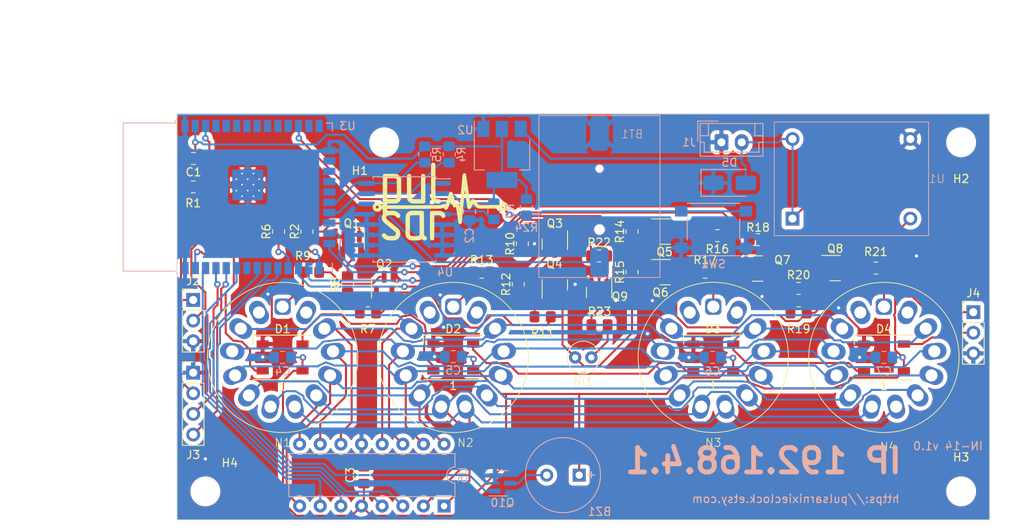
<source format=kicad_pcb>
(kicad_pcb (version 20221018) (generator pcbnew)
  (layers (0 "F.Cu" signal) (31 "B.Cu" signal) (34 "B.Paste" user) (35 "F.Paste" user) (36 "B.SilkS" user "B.Silkscreen") (37 "F.SilkS" user "F.Silkscreen") (38 "B.Mask" user) (39 "F.Mask" user) (44 "Edge.Cuts" user))
  (net 0 "")
  (net 1 "+3.3V")
  (net 2 "GND")
  (net 3 "+5V")
  (net 4 "/control/IO0")
  (net 5 "/control/RX")
  (net 6 "/control/TX")
  (net 7 "L1")
  (net 9 "DIG1")
  (net 10 "DIG2")
  (net 11 "DIG3")
  (net 12 "DIG4")
  (net 13 "DIG5")
  (net 14 "DIG6")
  (net 15 "DIG7")
  (net 16 "DIG8")
  (net 17 "DIG9")
  (net 18 "DIG0")
  (net 20 "L2")
  (net 23 "L3")
  (net 26 "L4")
  (net 29 "Net-(Q1-B)")
  (net 30 "/control/EN")
  (net 31 "Net-(Q2-B)")
  (net 32 "Net-(Q3-B)")
  (net 33 "Net-(Q3-C)")
  (net 34 "Net-(Q4-B)")
  (net 35 "HV")
  (net 36 "Net-(Q4-C)")
  (net 37 "Net-(Q5-B)")
  (net 38 "Net-(Q5-C)")
  (net 39 "Net-(Q6-B)")
  (net 40 "Net-(Q6-C)")
  (net 41 "Net-(Q7-B)")
  (net 42 "Net-(Q7-C)")
  (net 43 "Net-(Q8-B)")
  (net 44 "Net-(Q8-C)")
  (net 45 "Net-(Q9-B)")
  (net 46 "Net-(Q9-C)")
  (net 47 "Net-(Q1-C)")
  (net 48 "Net-(Q2-C)")
  (net 49 "Net-(U4-~{RST})")
  (net 50 "/control/SDA")
  (net 51 "/control/SCK")
  (net 52 "A1")
  (net 53 "A2")
  (net 54 "A3")
  (net 55 "A4")
  (net 56 "IN1")
  (net 57 "IN1_1")
  (net 62 "DEC2")
  (net 63 "DEC1")
  (net 64 "DEC3")
  (net 65 "DEC0")
  (net 74 "Net-(BT1-+)")
  (net 75 "/control/btn2")
  (net 82 "Net-(D1-DOUT)")
  (net 83 "Net-(D2-DOUT)")
  (net 84 "Net-(D3-DOUT)")
  (net 85 "Net-(D4-DOUT)")
  (net 86 "WS2812")
  (net 87 "Net-(BZ1--)")
  (net 88 "/control/BUZZ")
  (footprint "Resistor_SMD:R_0805_2012Metric_Pad1.20x1.40mm_HandSolder" (layer "F.Cu") (at 102 76)
    (fp_text reference "R23")
    (fp_text value "240k")
  )
  (footprint "Resistor_SMD:R_0805_2012Metric_Pad1.20x1.40mm_HandSolder" (layer "F.Cu") (at 66 64.5 -90)
    (fp_text reference "R2")
    (fp_text value "10k")
  )
  (footprint "project_library:logo" (layer "F.Cu") (at 82.5 61)
    (fp_text reference "G***" hide)
    (fp_text value "LOGO" hide)
  )
  (footprint "Resistor_SMD:R_0805_2012Metric_Pad1.20x1.40mm_HandSolder" (layer "F.Cu") (at 66.5 69.5)
    (fp_text reference "R9")
    (fp_text value "10k")
  )
  (footprint "Package_TO_SOT_SMD:SOT-23" (layer "F.Cu") (at 75.5 71 90)
    (fp_text reference "Q2")
    (fp_text value "MMBTA92")
  )
  (footprint "Package_TO_SOT_SMD:SOT-23" (layer "F.Cu") (at 121.4375 69.05)
    (fp_text reference "Q7")
    (fp_text value "MMBTA42")
  )
  (footprint "Resistor_SMD:R_0805_2012Metric_Pad1.20x1.40mm_HandSolder" (layer "F.Cu") (at 121.5 65.5)
    (fp_text reference "R18")
    (fp_text value "3.3k")
  )
  (footprint "Resistor_SMD:R_0805_2012Metric_Pad1.20x1.40mm_HandSolder" (layer "F.Cu") (at 73.5 74.5)
    (fp_text reference "R7")
    (fp_text value "10k")
  )
  (footprint "Package_TO_SOT_SMD:SOT-23" (layer "F.Cu") (at 96.5 71.0625 90)
    (fp_text reference "Q4")
    (fp_text value "MMBTA92")
  )
  (footprint "MountingHole:MountingHole_3.2mm_M3" (layer "F.Cu") (at 53.5 96.5)
    (fp_text reference "H4")
    (fp_text value "MountingHole")
  )
  (footprint "Package_TO_SOT_SMD:SOT-23" (layer "F.Cu") (at 110.0625 64.5)
    (fp_text reference "Q5")
    (fp_text value "MMBTA42")
  )
  (footprint "Connector_PinHeader_2.54mm:PinHeader_1x04_P2.54mm_Vertical" (layer "F.Cu") (at 52 81.88)
    (fp_text reference "J3")
    (fp_text value "Conn_01x06_Pin")
  )
  (footprint "Resistor_SMD:R_0805_2012Metric_Pad1.20x1.40mm_HandSolder" (layer "F.Cu") (at 87.5 69.5)
    (fp_text reference "R13")
    (fp_text value "10k")
  )
  (footprint "Resistor_SMD:R_0805_2012Metric_Pad1.20x1.40mm_HandSolder" (layer "F.Cu") (at 52 59)
    (fp_text reference "R1")
    (fp_text value "10k")
  )
  (footprint "project_library:IN-14_nixie_tube" (layer "F.Cu") (at 116 80)
    (fp_text reference "N3")
    (fp_text value "IN-14 nixie tube")
  )
  (footprint "Package_TO_SOT_SMD:SOT-23" (layer "F.Cu") (at 110.0625 69.5)
    (fp_text reference "Q6")
    (fp_text value "MMBTA92")
  )
  (footprint "Package_TO_SOT_SMD:SOT-23" (layer "F.Cu") (at 71.5 66.0625 -90)
    (fp_text reference "Q1")
    (fp_text value "MMBTA42")
  )
  (footprint "Resistor_SMD:R_0805_2012Metric_Pad1.20x1.40mm_HandSolder" (layer "F.Cu") (at 115 69.5 180)
    (fp_text reference "R17")
    (fp_text value "10k")
  )
  (footprint "Capacitor_SMD:C_0805_2012Metric_Pad1.18x1.45mm_HandSolder" (layer "F.Cu") (at 73 94.5 90)
    (fp_text reference "C3")
    (fp_text value "100nF")
  )
  (footprint "Resistor_SMD:R_0805_2012Metric_Pad1.20x1.40mm_HandSolder" (layer "F.Cu") (at 95 75)
    (fp_text reference "R11")
    (fp_text value "10k")
  )
  (footprint "project_library:IN-14_nixie_tube" (layer "F.Cu") (at 84 80)
    (fp_text reference "N2")
    (fp_text value "IN-14 nixie tube")
  )
  (footprint "project_library:IN-14_nixie_tube" (layer "F.Cu") (at 137 80)
    (fp_text reference "N4")
    (fp_text value "IN-14 nixie tube")
  )
  (footprint "Resistor_SMD:R_0805_2012Metric_Pad1.20x1.40mm_HandSolder" (layer "F.Cu") (at 106 64.5 90)
    (fp_text reference "R14")
    (fp_text value "3.3k")
  )
  (footprint "Resistor_SMD:R_0805_2012Metric_Pad1.20x1.40mm_HandSolder" (layer "F.Cu") (at 126.5 71.5)
    (fp_text reference "R20")
    (fp_text value "1m")
  )
  (footprint "Package_TO_SOT_SMD:SOT-23" (layer "F.Cu") (at 96.5 66.0625 -90)
    (fp_text reference "Q3")
    (fp_text value "MMBTA42")
  )
  (footprint "Resistor_SMD:R_0805_2012Metric_Pad1.20x1.40mm_HandSolder" (layer "F.Cu") (at 126.5 74.5)
    (fp_text reference "R19")
    (fp_text value "10k")
  )
  (footprint "Resistor_SMD:R_0805_2012Metric_Pad1.20x1.40mm_HandSolder" (layer "F.Cu") (at 101.95 67.5)
    (fp_text reference "R22")
    (fp_text value "3.3k")
  )
  (footprint "Connector_PinHeader_2.54mm:PinHeader_1x03_P2.54mm_Vertical" (layer "F.Cu") (at 52 72.92)
    (fp_text reference "J2")
    (fp_text value "Conn_01x02_Pin")
  )
  (footprint "LED_SMD:LED_WS2812B_PLCC4_5.0x5.0mm_P3.2mm" (layer "F.Cu") (at 116 80 180)
    (fp_text reference "D3")
    (fp_text value "WS2812B")
  )
  (footprint "MountingHole:MountingHole_3.2mm_M3" (layer "F.Cu") (at 146.5 53.5)
    (fp_text reference "H2")
    (fp_text value "MountingHole")
  )
  (footprint "Resistor_SMD:R_0805_2012Metric_Pad1.20x1.40mm_HandSolder" (layer "F.Cu") (at 92.5 66 90)
    (fp_text reference "R10")
    (fp_text value "3.3k")
  )
  (footprint "LED_SMD:LED_WS2812B_PLCC4_5.0x5.0mm_P3.2mm" (layer "F.Cu") (at 137 80 180)
    (fp_text reference "D4")
    (fp_text value "WS2812B")
  )
  (footprint "LED_SMD:LED_WS2812B_PLCC4_5.0x5.0mm_P3.2mm" (layer "F.Cu") (at 63 80 180)
    (fp_text reference "D1")
    (fp_text value "WS2812B")
  )
  (footprint "LED_SMD:LED_WS2812B_PLCC4_5.0x5.0mm_P3.2mm" (layer "F.Cu") (at 84 80 180)
    (fp_text reference "D2")
    (fp_text value "WS2812B")
  )
  (footprint "project_library:IN-3_indicator" (layer "F.Cu") (at 100 80)
    (fp_text reference "NI1")
    (fp_text value "~")
  )
  (footprint "project_library:IN-14_nixie_tube" (layer "F.Cu") (at 63 80)
    (fp_text reference "N1")
    (fp_text value "IN-14 nixie tube")
  )
  (footprint "Resistor_SMD:R_0805_2012Metric_Pad1.20x1.40mm_HandSolder" (layer "F.Cu") (at 136 69 180)
    (fp_text reference "R21")
    (fp_text value "10k")
  )
  (footprint "Resistor_SMD:R_0805_2012Metric_Pad1.20x1.40mm_HandSolder" (layer "F.Cu") (at 71 71 -90)
    (fp_text reference "R8")
    (fp_text value "1m")
  )
  (footprint "Resistor_SMD:R_0805_2012Metric_Pad1.20x1.40mm_HandSolder" (layer "F.Cu") (at 106 69.5 -90)
    (fp_text reference "R15")
    (fp_text value "10k")
  )
  (footprint "Resistor_SMD:R_0805_2012Metric_Pad1.20x1.40mm_HandSolder" (layer "F.Cu") (at 62.5 64.5 90)
    (fp_text reference "R6")
    (fp_text value "3.3k")
  )
  (footprint "Connector_PinHeader_2.54mm:PinHeader_1x03_P2.54mm_Vertical" (layer "F.Cu") (at 148 74.42)
    (fp_text reference "J4")
    (fp_text value "Conn_01x02_Pin")
  )
  (footprint "MountingHole:MountingHole_3.2mm_M3" (layer "F.Cu") (at 146.5 96.5)
    (fp_text reference "H3")
    (fp_text value "MountingHole")
  )
  (footprint "Resistor_SMD:R_0805_2012Metric_Pad1.20x1.40mm_HandSolder" (layer "F.Cu") (at 116.5 65 180)
    (fp_text reference "R16")
    (fp_text value "1m")
  )
  (footprint "MountingHole:MountingHole_3.2mm_M3" (layer "F.Cu") (at 75.5 53.5)
    (fp_text reference "H1")
    (fp_text value "MountingHole")
  )
  (footprint "Resistor_SMD:R_0805_2012Metric_Pad1.20x1.40mm_HandSolder" (layer "F.Cu") (at 92 71 -90)
    (fp_text reference "R12")
    (fp_text value "1m")
  )
  (footprint "Package_TO_SOT_SMD:SOT-23" (layer "F.Cu") (at 101.95 72 -90)
    (fp_text reference "Q9")
    (fp_text value "MMBTA42")
  )
  (footprint "Capacitor_SMD:C_0805_2012Metric_Pad1.18x1.45mm_HandSolder" (layer "F.Cu") (at 52.0375 55.5 180)
    (fp_text reference "C1")
    (fp_text value "100nF")
  )
  (footprint "Package_TO_SOT_SMD:SOT-23" (layer "F.Cu") (at 131 69)
    (fp_text reference "Q8")
    (fp_text value "MMBTA92")
  )
  (footprint "Package_DIP:DIP-16_W7.62mm" (layer "B.Cu") (at 82.875 98.3 90)
    (fp_text reference "U5")
    (fp_text value "74141")
  )
  (footprint "Connector_JST:JST_EH_B2B-EH-A_1x02_P2.50mm_Vertical" (layer "B.Cu") (at 117 53.5)
    (fp_text reference "J1")
    (fp_text value "Conn_01x02_Pin")
  )
  (footprint "Package_TO_SOT_SMD:SOT-23" (layer "B.Cu") (at 90.0625 95.5)
    (fp_text reference "Q10")
    (fp_text value "2N7002")
  )
  (footprint "Package_TO_SOT_SMD:SOT-223-3_TabPin2" (layer "B.Cu") (at 90 55 -90)
    (fp_text reference "U2")
    (fp_text value "AMS1117-3.3")
  )
  (footprint "Capacitor_SMD:C_0805_2012Metric_Pad1.18x1.45mm_HandSolder" (layer "B.Cu") (at 63 80 180)
    (fp_text reference "C4")
    (fp_text value "100nF")
  )
  (footprint "Package_SO:SOIC-16W_7.5x10.3mm_P1.27mm" (layer "B.Cu") (at 78 63 180)
    (fp_text reference "U4")
    (fp_text value "DS3231M")
  )
  (footprint "Resistor_SMD:R_0805_2012Metric_Pad1.20x1.40mm_HandSolder" (layer "B.Cu") (at 83.5 55 -90)
    (fp_text reference "R4")
    (fp_text value "3.3k")
  )
  (footprint "Resistor_SMD:R_0805_2012Metric_Pad1.20x1.40mm_HandSolder" (layer "B.Cu") (at 89 62 -90)
    (fp_text reference "R3")
    (fp_text value "10k")
  )
  (footprint "Resistor_SMD:R_0805_2012Metric_Pad1.20x1.40mm_HandSolder" (layer "B.Cu") (at 80.5 55 -90)
    (fp_text reference "R5")
    (fp_text value "3.3k")
  )
  (footprint "Buzzer_Beeper:MagneticBuzzer_PUI_AT-0927-TT-6-R" (layer "B.Cu") (at 99.5 94.5 180)
    (fp_text reference "BZ1")
    (fp_text value "Buzzer")
  )
  (footprint "Capacitor_SMD:C_0805_2012Metric_Pad1.18x1.45mm_HandSolder" (layer "B.Cu") (at 84 79.9 180)
    (fp_text reference "C5")
    (fp_text value "100nF")
  )
  (footprint "RF_Module:ESP32-WROOM-32D" (layer "B.Cu") (at 59.24 60.25 -90)
    (fp_text reference "U3")
    (fp_text value "ESP32-WROOM-32D")
  )
  (footprint "Button_Switch_SMD:SW_Push_1P1T_NO_6x6mm_H9.5mm" (layer "B.Cu") (at 116.025 64.25)
    (fp_text reference "SW1")
    (fp_text value "SW_Push")
  )
  (footprint "Capacitor_SMD:C_0805_2012Metric_Pad1.18x1.45mm_HandSolder" (layer "B.Cu") (at 115.9 80 180)
    (fp_text reference "C6")
    (fp_text value "100nF")
  )
  (footprint "Resistor_SMD:R_0805_2012Metric_Pad1.20x1.40mm_HandSolder" (layer "B.Cu") (at 93 61.5 -90)
    (fp_text reference "R24")
    (fp_text value "10k")
  )
  (footprint "Diode_SMD:D_SMA" (layer "B.Cu") (at 118 58.5)
    (fp_text reference "D5")
    (fp_text value "SMAJ5.0CA")
  )
  (footprint "Capacitor_SMD:C_0805_2012Metric_Pad1.18x1.45mm_HandSolder" (layer "B.Cu") (at 137 80 180)
    (fp_text reference "C7")
    (fp_text value "100nF")
  )
  (footprint "project_library:CR1220_battery_holder" (layer "B.Cu") (at 102 60.5 180)
    (fp_text reference "BT1")
    (fp_text value "Battery_Cell")
    (fp_circle (center 0 -3.75) (end 0.65 -3.75) (stroke (width 0.05)) (fill none) (layer "Edge.Cuts"))
    (fp_circle (center 0 3.75) (end 0.5 3.75) (stroke (width 0.05)) (fill none) (layer "Edge.Cuts"))
  )
  (footprint "project_library:max668_boost_regulator" (layer "B.Cu") (at 133 58)
    (fp_text reference "U1")
    (fp_text value "max688 boost regulator 5 to 170 V")
  )
  (footprint "Capacitor_SMD:C_0805_2012Metric_Pad1.18x1.45mm_HandSolder" (layer "B.Cu") (at 86 62.0375 -90)
    (fp_text reference "C2")
    (fp_text value "100nF")
  )
  (gr_line (start 50 100) (end 50 50) (stroke (width 0.1)) (layer "Edge.Cuts"))
  (gr_line (start 150 50) (end 150 100) (stroke (width 0.1)) (layer "Edge.Cuts"))
  (gr_line (start 50 100) (end 150 100) (stroke (width 0.1)) (layer "Edge.Cuts"))
  (gr_line (start 50 50) (end 150 50) (stroke (width 0.1)) (layer "Edge.Cuts"))
  (gr_text "IN-14 v1.0" (at 140.5 91.5) (layer "B.SilkS") (effects (font (size 1 1)) (justify right bottom mirror)))
  (gr_text "IP 192.168.4.1" (at 139.5 94.5) (layer "B.SilkS") (effects (font (size 3 3) (thickness 0.6) bold) (justify left bottom mirror)))
  (gr_text "https://pulsarnixieclock.etsy.com" (at 139 98) (layer "B.SilkS") (effects (font (size 1 1)) (justify left bottom mirror)))
  (segment (start 66 63.5) (end 65 62.5) (width 0.25) (layer "F.Cu") (net 1))
  (segment (start 50.5 62.5) (end 50.5 60.5) (width 0.25) (layer "F.Cu") (net 1))
  (segment (start 50.5 60.5) (end 51 60) (width 0.25) (layer "F.Cu") (net 1))
  (segment (start 53.075 56.925) (end 53.075 55.5) (width 0.25) (layer "F.Cu") (net 1))
  (segment (start 65 62.5) (end 50.5 62.5) (width 0.25) (layer "F.Cu") (net 1))
  (segment (start 50.58 72.92) (end 50.5 73) (width 0.25) (layer "F.Cu") (net 1))
  (segment (start 52.26 53.5) (end 52.26 54.76) (width 0.25) (layer "F.Cu") (net 1))
  (segment (start 52.26 54.76) (end 53 55.5) (width 0.25) (layer "F.Cu") (net 1))
  (segment (start 51 60) (end 51 59) (width 0.25) (layer "F.Cu") (net 1))
  (segment (start 51 59) (end 53.075 56.925) (width 0.25) (layer "F.Cu") (net 1))
  (segment (start 50.5 82.92) (end 50.5 73) (width 0.25) (layer "F.Cu") (net 1))
  (segment (start 53 55.5) (end 53.075 55.5) (width 0.25) (layer "F.Cu") (net 1))
  (segment (start 52 84.42) (end 50.5 82.92) (width 0.25) (layer "F.Cu") (net 1))
  (segment (start 50.5 73) (end 50.5 62.5) (width 0.25) (layer "F.Cu") (net 1))
  (segment (start 52 72.92) (end 50.58 72.92) (width 0.25) (layer "F.Cu") (net 1))
  (via (at 52.26 53.5) (size 0.8) (drill 0.4) (layers "F.Cu" "B.Cu") (net 1))
  (segment (start 90 54) (end 90 58.15) (width 0.25) (layer "B.Cu") (net 1))
  (segment (start 86 61) (end 89 61) (width 0.25) (layer "B.Cu") (net 1))
  (segment (start 52.26 53.5) (end 52.26 51.5) (width 0.25) (layer "B.Cu") (net 1))
  (segment (start 89 61) (end 89 59.15) (width 0.25) (layer "B.Cu") (net 1))
  (segment (start 93 60.5) (end 93 59) (width 0.25) (layer "B.Cu") (net 1))
  (segment (start 68.425 52.575) (end 70.575 52.575) (width 0.25) (layer "B.Cu") (net 1))
  (segment (start 70.575 52.575) (end 73.5 55.5) (width 0.25) (layer "B.Cu") (net 1))
  (segment (start 53.239695 53.765) (end 67.235 53.765) (width 0.25) (layer "B.Cu") (net 1))
  (segment (start 86 61) (end 85 61) (width 0.25) (layer "B.Cu") (net 1))
  (segment (start 85 61) (end 83.825 59.825) (width 0.25) (layer "B.Cu") (net 1))
  (segment (start 83.5 54) (end 90 54) (width 0.25) (layer "B.Cu") (net 1))
  (segment (start 67.235 53.765) (end 68.425 52.575) (width 0.25) (layer "B.Cu") (net 1))
  (segment (start 52.26 53.5) (end 52.974695 53.5) (width 0.25) (layer "B.Cu") (net 1))
  (segment (start 93 59) (end 92.15 58.15) (width 0.25) (layer "B.Cu") (net 1))
  (segment (start 79 55.5) (end 80.5 54) (width 0.25) (layer "B.Cu") (net 1))
  (segment (start 89 59.15) (end 90 58.15) (width 0.25) (layer "B.Cu") (net 1))
  (segment (start 80.5 54) (end 83.5 54) (width 0.25) (layer "B.Cu") (net 1))
  (segment (start 90 51.85) (end 90 54) (width 0.25) (layer "B.Cu") (net 1))
  (segment (start 83.825 59.825) (end 82.65 59.825) (width 0.25) (layer "B.Cu") (net 1))
  (segment (start 52.974695 53.5) (end 53.239695 53.765) (width 0.25) (layer "B.Cu") (net 1))
  (segment (start 73.5 55.5) (end 79 55.5) (width 0.25) (layer "B.Cu") (net 1))
  (segment (start 92.15 58.15) (end 90 58.15) (width 0.25) (layer "B.Cu") (net 1))
  (segment (start 60.6 80) (end 60.55 79.95) (width 0.25) (layer "F.Cu") (net 2))
  (segment (start 82.8 76.3) (end 82.8 76.275) (width 0.25) (layer "F.Cu") (net 2))
  (segment (start 110.976686 78.054909) (end 110.754911 78.054909) (width 0.25) (layer "F.Cu") (net 2))
  (segment (start 61.675 76.525) (end 61.675 72.675) (width 0.25) (layer "F.Cu") (net 2))
  (segment (start 113.335824 78.135824) (end 111.057601 78.135824) (width 0.25) (layer "F.Cu") (net 2))
  (segment (start 81.55 77.55) (end 82.8 76.3) (width 0.25) (layer "F.Cu") (net 2))
  (segment (start 60.55 78.35) (end 60.55 77.65) (width 0.25) (layer "F.Cu") (net 2))
  (segment (start 113.55 78.35) (end 113.335824 78.135824) (width 0.25) (layer "F.Cu") (net 2))
  (segment (start 131.4 73.9) (end 131.417562 73.9) (width 0.25) (layer "F.Cu") (net 2))
  (segment (start 134.55 77.032438) (end 131.417562 73.9) (width 0.25) (layer "F.Cu") (net 2))
  (segment (start 111.057601 78.135824) (end 110.976686 78.054909) (width 0.25) (layer "F.Cu") (net 2))
  (segment (start 60.55 77.65) (end 61.675 76.525) (width 0.25) (layer "F.Cu") (net 2))
  (segment (start 109.610738 77.2) (end 107.9 77.2) (width 0.25) (layer "F.Cu") (net 2))
  (segment (start 107.9 77.2) (end 107.9 77.075) (width 0.25) (layer "F.Cu") (net 2))
  (segment (start 110.543411 77.843409) (end 109.610738 77.2) (width 0.25) (layer "F.Cu") (net 2))
  (segment (start 134.55 78.35) (end 134.55 77.032438) (width 0.25) (layer "F.Cu") (net 2))
  (segment (start 110.754911 78.054909) (end 110.543411 77.843409) (width 0.25) (layer "F.Cu") (net 2))
  (segment (start 81.55 78.35) (end 81.55 77.55) (width 0.25) (layer "F.Cu") (net 2))
  (segment (start 61.675 72.675) (end 61.2 72.2) (width 0.25) (layer "F.Cu") (net 2))
  (via (at 82.4 72.3) (size 0.8) (drill 0.4) (layers "F.Cu" "B.Cu") (net 2))
  (via (at 81.7 79.9) (size 0.8) (drill 0.4) (layers "F.Cu" "B.Cu") (net 2))
  (via (at 82.8 76.275) (size 0.8) (drill 0.4) (layers "F.Cu" "B.Cu") (net 2))
  (via (at 113 80) (size 0.8) (drill 0.4) (layers "F.Cu" "B.Cu") (net 2))
  (via (at 122 72.5) (size 0.8) (drill 0.4) (layers "F.Cu" "B.Cu") (net 2))
  (via (at 108.5 73) (size 0.8) (drill 0.4) (layers "F.Cu" "B.Cu") (net 2))
  (via (at 134 80) (size 0.8) (drill 0.4) (layers "F.Cu" "B.Cu") (net 2))
  (via (at 141 67.5) (size 0.8) (drill 0.4) (layers "F.Cu" "B.Cu") (net 2))
  (via (at 61.2 72.2) (size 0.8) (drill 0.4) (layers "F.Cu" "B.Cu") (net 2))
  (via (at 60.55 79.95) (size 0.8) (drill 0.4) (layers "F.Cu" "B.Cu") (net 2))
  (via (at 131.417562 73.9) (size 0.8) (drill 0.4) (layers "F.Cu" "B.Cu") (net 2))
  (via (at 99 71) (size 0.8) (drill 0.4) (layers "F.Cu" "B.Cu") (net 2))
  (via (at 94 66) (size 0.8) (drill 0.4) (layers "F.Cu" "B.Cu") (net 2))
  (via (at 104 73) (size 0.8) (drill 0.4) (layers "F.Cu" "B.Cu") (net 2))
  (via (at 53.5 92.5) (size 0.8) (drill 0.4) (layers "F.Cu" "B.Cu") (net 2))
  (via (at 107.9 77.075) (size 0.8) (drill 0.4) (layers "F.Cu" "B.Cu") (net 2))
  (segment (start 82.8 74.743095) (end 82.668461 74.611556) (width 0.25) (layer "B.Cu") (net 2))
  (segment (start 82.4 74.100214) (end 82.4 72.3) (width 0.25) (layer "B.Cu") (net 2))
  (segment (start 60.6 80) (end 60.55 79.95) (width 0.25) (layer "B.Cu") (net 2))
  (segment (start 82.668461 74.611556) (end 82.4 74.100214) (width 0.25) (layer "B.Cu") (net 2))
  (segment (start 82.8 76.275) (end 82.8 74.743095) (width 0.25) (layer "B.Cu") (net 2))
  (segment (start 138.6 82.5) (end 139.45 81.65) (width 0.25) (layer "F.Cu") (net 3))
  (segment (start 138.243831 74.778615) (end 138.375 74.528775) (width 0.25) (layer "F.Cu") (net 3))
  (segment (start 139.45 80.15) (end 138.375 79.075) (width 0.25) (layer "F.Cu") (net 3))
  (segment (start 84 99.5) (end 90.5 93) (width 0.25) (layer "F.Cu") (net 3))
  (segment (start 138.375 75.199748) (end 138.243831 74.778615) (width 0.25) (layer "F.Cu") (net 3))
  (segment (start 112.072785 82.5) (end 116.7 82.5) (width 0.25) (layer "F.Cu") (net 3))
  (segment (start 119.35 81.65) (end 120.07483 82.37483) (width 0.25) (layer "F.Cu") (net 3))
  (segment (start 118.45 80.075306) (end 118.45 81.65) (width 0.25) (layer "F.Cu") (net 3))
  (segment (start 130.646187 83.827372) (end 132.607139 83.082478) (width 0.25) (layer "F.Cu") (net 3))
  (segment (start 73 95.5375) (end 73 98.015) (width 0.25) (layer "F.Cu") (net 3))
  (segment (start 118.45 81.65) (end 119.35 81.65) (width 0.25) (layer "F.Cu") (net 3))
  (segment (start 138.375 67.099695) (end 142 63.474695) (width 0.25) (layer "F.Cu") (net 3))
  (segment (start 111.558094 83.014691) (end 112.072785 82.5) (width 0.25) (layer "F.Cu") (net 3))
  (segment (start 73 98.015) (end 72.715 98.3) (width 0.25) (layer "F.Cu") (net 3))
  (segment (start 127.15 61.5) (end 125.75 62.9) (width 0.25) (layer "F.Cu") (net 3))
  (segment (start 86.582723 81.782723) (end 86.45 81.65) (width 0.25) (layer "F.Cu") (net 3))
  (segment (start 117.55 81.65) (end 118.45 81.65) (width 0.25) (layer "F.Cu") (net 3))
  (segment (start 141 61.5) (end 127.15 61.5) (width 0.25) (layer "F.Cu") (net 3))
  (segment (start 72.715 98.3) (end 71.515 99.5) (width 0.25) (layer "F.Cu") (net 3))
  (segment (start 63.05 82.95) (end 64.35 81.65) (width 0.25) (layer "F.Cu") (net 3))
  (segment (start 86.45 81.65) (end 87.05 81.65) (width 0.25) (layer "F.Cu") (net 3))
  (segment (start 71.515 99.5) (end 64.704009 99.5) (width 0.25) (layer "F.Cu") (net 3))
  (segment (start 64.704009 99.5) (end 63.05 97.845991) (width 0.25) (layer "F.Cu") (net 3))
  (segment (start 122.353813 83.827372) (end 130.646187 83.827372) (width 0.25) (layer "F.Cu") (net 3))
  (segment (start 90.5 84.5) (end 99.5 84.5) (width 0.25) (layer "F.Cu") (net 3))
  (segment (start 65.45 80.05) (end 65.45 81.65) (width 0.25) (layer "F.Cu") (net 3))
  (segment (start 120.392861 83.082478) (end 122.353813 83.827372) (width 0.25) (layer "F.Cu") (net 3))
  (segment (start 89.9 84.5) (end 90.5 84.5) (width 0.25) (layer "F.Cu") (net 3))
  (segment (start 87.05 81.65) (end 89.9 84.5) (width 0.25) (layer "F.Cu") (net 3))
  (segment (start 138.375 79.075) (end 138.375 75.199748) (width 0.25) (layer "F.Cu") (net 3))
  (segment (start 110.244004 84.5) (end 111.558094 83.014691) (width 0.25) (layer "F.Cu") (net 3))
  (segment (start 118.437347 80.062653) (end 118.45 80.075306) (width 0.25) (layer "F.Cu") (net 3))
  (segment (start 142.42 74.42) (end 140.5 72.5) (width 0.25) (layer "F.Cu") (net 3))
  (segment (start 86.45 81.65) (end 86.45 80.25) (width 0.25) (layer "F.Cu") (net 3))
  (segment (start 63.05 97.845991) (end 63.05 82.95) (width 0.25) (layer "F.Cu") (net 3))
  (segment (start 132.607139 83.082478) (end 132.868916 82.5) (width 0.25) (layer "F.Cu") (net 3))
  (segment (start 73.915 99.5) (end 84 99.5) (width 0.25) (layer "F.Cu") (net 3))
  (segment (start 99.5 84.5) (end 110.244004 84.5) (width 0.25) (layer "F.Cu") (net 3))
  (segment (start 90.5 93) (end 90.5 84.5) (width 0.25) (layer "F.Cu") (net 3))
  (segment (start 142 62.5) (end 141 61.5) (width 0.25) (layer "F.Cu") (net 3))
  (segment (start 118.45 81.65) (end 118.6 81.65) (width 0.25) (layer "F.Cu") (net 3))
  (segment (start 148 74.42) (end 142.42 74.42) (width 0.25) (layer "F.Cu") (net 3))
  (segment (start 132.868916 82.5) (end 138.6 82.5) (width 0.25) (layer "F.Cu") (net 3))
  (segment (start 86.45 80.25) (end 86.5 80.2) (width 0.25) (layer "F.Cu") (net 3))
  (segment (start 140.5 72.5) (end 138.375 72.5) (width 0.25) (layer "F.Cu") (net 3))
  (segment (start 72.715 98.3) (end 73.915 99.5) (width 0.25) (layer "F.Cu") (net 3))
  (segment (start 99.5 94.5) (end 99.5 84.5) (width 0.25) (layer "F.Cu") (net 3))
  (segment (start 65.5 80) (end 65.45 80.05) (width 0.25) (layer "F.Cu") (net 3))
  (segment (start 139.45 81.65) (end 139.45 80.15) (width 0.25) (layer "F.Cu") (net 3))
  (segment (start 138.375 74.528775) (end 138.375 72.5) (width 0.25) (layer "F.Cu") (net 3))
  (segment (start 142 63.474695) (end 142 62.5) (width 0.25) (layer "F.Cu") (net 3))
  (segment (start 64.35 81.65) (end 65.45 81.65) (width 0.25) (layer "F.Cu") (net 3))
  (segment (start 138.375 72.5) (end 138.375 67.099695) (width 0.25) (layer "F.Cu") (net 3))
  (segment (start 116.7 82.5) (end 117.55 81.65) (width 0.25) (layer "F.Cu") (net 3))
  (segment (start 120.07483 82.37483) (end 120.392861 83.082478) (width 0.25) (layer "F.Cu") (net 3))
  (via (at 139.3 80) (size 0.8) (drill 0.4) (layers "F.Cu" "B.Cu") (net 3))
  (via (at 86.5 80.2) (size 0.8) (drill 0.4) (layers "F.Cu" "B.Cu") (net 3))
  (via (at 118.437347 80.062653) (size 0.8) (drill 0.4) (layers "F.Cu" "B.Cu") (net 3))
  (via (at 65.5 80) (size 0.8) (drill 0.4) (layers "F.Cu" "B.Cu") (net 3))
  (segment (start 92.3 51.85) (end 95.95 55.5) (width 0.25) (layer "B.Cu") (net 3))
  (segment (start 125.75 53.1) (end 125.75 62.9) (width 0.25) (layer "B.Cu") (net 3))
  (segment (start 118.437347 80.062653) (end 118.374694 80) (width 0.25) (layer "B.Cu") (net 3))
  (segment (start 119.5 56) (end 119.5 55) (width 0.25) (layer "B.Cu") (net 3))
  (segment (start 124 53.5) (end 124.4 53.1) (width 0.25) (layer "B.Cu") (net 3))
  (segment (start 86.5 80.2) (end 86.2 79.9) (width 0.25) (layer "B.Cu") (net 3))
  (segment (start 65.5 80) (end 64.0375 80) (width 0.25) (layer "B.Cu") (net 3))
  (segment (start 86.2 79.9) (end 85.0375 79.9) (width 0.25) (layer "B.Cu") (net 3))
  (segment (start 124.4 53.1) (end 125.75 53.1) (width 0.25) (layer "B.Cu") (net 3))
  (segment (start 119.5 55) (end 119.5 53.5) (width 0.25) (layer "B.Cu") (net 3))
  (segment (start 138.0375 80) (end 139.3 80) (width 0.25) (layer "B.Cu") (net 3))
  (segment (start 120 56.5) (end 119.5 56) (width 0.25) (layer "B.Cu") (net 3))
  (segment (start 120 58.5) (end 120 56.5) (width 0.25) (layer "B.Cu") (net 3))
  (segment (start 118.374694 80) (end 116.9375 80) (width 0.25) (layer "B.Cu") (net 3))
  (segment (start 119.5 53.5) (end 124 53.5) (width 0.25) (layer "B.Cu") (net 3))
  (segment (start 95.95 55.5) (end 119.5 55.5) (width 0.25) (layer "B.Cu") (net 3))
  (segment (start 125.65 63) (end 125.75 62.9) (width 0.25) (layer "B.Cu") (net 3))
  (segment (start 51.775 70.275) (end 53.5 72) (width 0.25) (layer "F.Cu") (net 4))
  (segment (start 52.04 75.46) (end 52 75.46) (width 0.25) (layer "F.Cu") (net 4))
  (segment (start 51.775 66.699695) (end 51.775 70.275) (width 0.25) (layer "F.Cu") (net 4))
  (segment (start 66.5 67) (end 66 66.5) (width 0.25) (layer "F.Cu") (net 4))
  (segment (start 53.5 74) (end 52.04 75.46) (width 0.25) (layer "F.Cu") (net 4))
  (segment (start 66 65.5) (end 64.863604 65.5) (width 0.25) (layer "F.Cu") (net 4))
  (segment (start 63.931802 64.568198) (end 53.906497 64.568198) (width 0.25) (layer "F.Cu") (net 4))
  (segment (start 67 67) (end 66.5 67) (width 0.25) (layer "F.Cu") (net 4))
  (segment (start 53.906497 64.568198) (end 51.775 66.699695) (width 0.25) (layer "F.Cu") (net 4))
  (segment (start 64.863604 65.5) (end 63.931802 64.568198) (width 0.25) (layer "F.Cu") (net 4))
  (segment (start 66 66.5) (end 66 65.5) (width 0.25) (layer "F.Cu") (net 4))
  (segment (start 53.5 72) (end 53.5 74) (width 0.25) (layer "F.Cu") (net 4))
  (via (at 67 67) (size 0.8) (drill 0.4) (layers "F.Cu" "B.Cu") (net 4))
  (segment (start 67.5 67.5) (end 67.5 69) (width 0.25) (layer "B.Cu") (net 4))
  (segment (start 67 67) (end 67.5 67.5) (width 0.25) (layer "B.Cu") (net 4))
  (segment (start 55.45 71.55) (end 56 71) (width 0.25) (layer "F.Cu") (net 5))
  (segment (start 54.95 75.05) (end 55.45 74.55) (width 0.25) (layer "F.Cu") (net 5))
  (segment (start 52 89.5) (end 54.95 86.55) (width 0.25) (layer "F.Cu") (net 5))
  (segment (start 54.95 86.55) (end 54.95 75.05) (width 0.25) (layer "F.Cu") (net 5))
  (segment (start 55.45 74.55) (end 55.45 71.55) (width 0.25) (layer "F.Cu") (net 5))
  (via (at 56 71) (size 0.8) (drill 0.4) (layers "F.Cu" "B.Cu") (net 5))
  (segment (start 56.07 70.93) (end 56.07 69) (width 0.25) (layer "B.Cu") (net 5))
  (segment (start 56 71) (end 56.07 70.93) (width 0.25) (layer "B.Cu") (net 5))
  (segment (start 55 71.018047) (end 55 73.5) (width 0.25) (layer "F.Cu") (net 6))
  (segment (start 54.978323 70.99637) (end 55 71.018047) (width 0.25) (layer "F.Cu") (net 6))
  (segment (start 55 73.5) (end 54.5 74) (width 0.25) (layer "F.Cu") (net 6))
  (segment (start 54.5 84.46) (end 52 86.96) (width 0.25) (layer "F.Cu") (net 6))
  (segment (start 54.5 74) (end 54.5 84.46) (width 0.25) (layer "F.Cu") (net 6))
  (via (at 54.978323 70.99637) (size 0.8) (drill 0.4) (layers "F.Cu" "B.Cu") (net 6))
  (segment (start 54.8 70.818047) (end 54.8 69) (width 0.25) (layer "B.Cu") (net 6))
  (segment (start 54.978323 70.99637) (end 54.8 70.818047) (width 0.25) (layer "B.Cu") (net 6))
  (segment (start 63 73.75) (end 65.5 71.25) (width 0.25) (layer "F.Cu") (net 7))
  (segment (start 65.5 71.25) (end 65.5 69.5) (width 0.25) (layer "F.Cu") (net 7))
  (segment (start 75.255 90.68) (end 75.255 78.245) (width 0.25) (layer "F.Cu") (net 9))
  (segment (start 77.050405 76.449595) (end 78.856351 76.449595) (width 0.25) (layer "F.Cu") (net 9))
  (segment (start 57.856351 76.449595) (end 57.906756 76.5) (width 0.25) (layer "F.Cu") (net 9))
  (segment (start 75.255 78.245) (end 77.050405 76.449595) (width 0.25) (layer "F.Cu") (net 9))
  (segment (start 87.590125 76.010445) (end 88.225623 74.8) (width 0.25) (layer "B.Cu") (net 9))
  (segment (start 130.206756 74.8) (end 131.856351 76.449595) (width 0.25) (layer "B.Cu") (net 9))
  (segment (start 88.225623 74.8) (end 109.206756 74.8) (width 0.25) (layer "B.Cu") (net 9))
  (segment (start 86.60057 77) (end 87.590125 76.010445) (width 0.25) (layer "B.Cu") (net 9))
  (segment (start 110.856351 76.449595) (end 111.806756 77.4) (width 0.25) (layer "B.Cu") (net 9))
  (segment (start 109.206756 74.8) (end 110.856351 76.449595) (width 0.25) (layer "B.Cu") (net 9))
  (segment (start 57.906756 76.5) (end 65.953835 76.5) (width 0.25) (layer "B.Cu") (net 9))
  (segment (start 78.856351 76.449595) (end 79.406756 77) (width 0.25) (layer "B.Cu") (net 9))
  (segment (start 120.7 74.8) (end 130.206756 74.8) (width 0.25) (layer "B.Cu") (net 9))
  (segment (start 111.806756 77.4) (end 118.1 77.4) (width 0.25) (layer "B.Cu") (net 9))
  (segment (start 79.406756 77) (end 86.60057 77) (width 0.25) (layer "B.Cu") (net 9))
  (segment (start 118.1 77.4) (end 120.7 74.8) (width 0.25) (layer "B.Cu") (net 9))
  (segment (start 67.653835 74.8) (end 77.206756 74.8) (width 0.25) (layer "B.Cu") (net 9))
  (segment (start 77.206756 74.8) (end 78.856351 76.449595) (width 0.25) (layer "B.Cu") (net 9))
  (segment (start 65.953835 76.5) (end 67.653835 74.8) (width 0.25) (layer "B.Cu") (net 9))
  (segment (start 76.1 80.942216) (end 76.1 88.985) (width 0.25) (layer "F.Cu") (net 10))
  (segment (start 77.79557 79.246646) (end 76.1 80.942216) (width 0.25) (layer "F.Cu") (net 10))
  (segment (start 76.1 88.985) (end 77.795 90.68) (width 0.25) (layer "F.Cu") (net 10))
  (segment (start 121.07831 78.02169) (end 121.297824 78.02169) (width 0.25) (layer "B.Cu") (net 10))
  (segment (start 108.348924 77.8) (end 108.624462 78.075538) (width 0.25) (layer "B.Cu") (net 10))
  (segment (start 78.86519 78.612079) (end 87.434567 78.612079) (width 0.25) (layer "B.Cu") (net 10))
  (segment (start 57.142216 78.9) (end 67.161258 78.9) (width 0.25) (layer "B.Cu") (net 10))
  (segment (start 67.161258 78.9) (end 68.004013 78.057245) (width 0.25) (layer "B.Cu") (net 10))
  (segment (start 77.79557 79.246646) (end 78.581809 78.460407) (width 0.25) (layer "B.Cu") (net 10))
  (segment (start 70.086487 77.805239) (end 76.354163 77.805239) (width 0.25) (layer "B.Cu") (net 10))
  (segment (start 129.348924 77.8) (end 130.79557 79.246646) (width 0.25) (layer "B.Cu") (net 10))
  (segment (start 78.658841 78.469729) (end 78.86519 78.612079) (width 0.25) (layer "B.Cu") (net 10))
  (segment (start 121.297824 78.02169) (end 121.519514 77.8) (width 0.25) (layer "B.Cu") (net 10))
  (segment (start 89.519514 77.8) (end 108.348924 77.8) (width 0.25) (layer "B.Cu") (net 10))
  (segment (start 89.03271 78.135824) (end 89.519514 77.8) (width 0.25) (layer "B.Cu") (net 10))
  (segment (start 110.242216 78.8) (end 120.3 78.8) (width 0.25) (layer "B.Cu") (net 10))
  (segment (start 120.3 78.8) (end 121.07831 78.02169) (width 0.25) (layer "B.Cu") (net 10))
  (segment (start 88.084797 77.961849) (end 89.03271 78.135824) (width 0.25) (layer "B.Cu") (net 10))
  (segment (start 121.519514 77.8) (end 129.348924 77.8) (width 0.25) (layer "B.Cu") (net 10))
  (segment (start 108.548924 78) (end 109.79557 79.246646) (width 0.25) (layer "B.Cu") (net 10))
  (segment (start 78.581809 78.460407) (end 78.658841 78.469729) (width 0.25) (layer "B.Cu") (net 10))
  (segment (start 68.004013 78.057245) (end 70.086487 77.805239) (width 0.25) (layer "B.Cu") (net 10))
  (segment (start 56.79557 79.246646) (end 57.142216 78.9) (width 0.25) (layer "B.Cu") (net 10))
  (segment (start 87.434567 78.612079) (end 88.084797 77.961849) (width 0.25) (layer "B.Cu") (net 10))
  (segment (start 109.79557 79.246646) (end 110.242216 78.8) (width 0.25) (layer "B.Cu") (net 10))
  (segment (start 76.354163 77.805239) (end 77.79557 79.246646) (width 0.25) (layer "B.Cu") (net 10))
  (segment (start 78.156148 82.216281) (end 78.156148 88.501148) (width 0.25) (layer "F.Cu") (net 11))
  (segment (start 110.5 82.560133) (end 110.156148 82.216281) (width 0.25) (layer "F.Cu") (net 11))
  (segment (start 78.156148 88.501148) (end 80.335 90.68) (width 0.25) (layer "F.Cu") (net 11))
  (segment (start 120.20273 81.39727) (end 120.332689 81.05515) (width 0.25) (layer "B.Cu") (net 11))
  (segment (start 89.333891 80.60519) (end 88.872476 80.60519) (width 0.25) (layer "B.Cu") (net 11))
  (segment (start 75.5 81) (end 76.716281 82.216281) (width 0.25) (layer "B.Cu") (net 11))
  (segment (start 57.156148 82.216281) (end 58.272429 81.1) (width 0.25) (layer "B.Cu") (net 11))
  (segment (start 68.333891 80.60519) (end 69.373238 81) (width 0.25) (layer "B.Cu") (net 11))
  (segment (start 120.332689 81.05515) (end 121.333891 80.60519) (width 0.25) (layer "B.Cu") (net 11))
  (segment (start 90.713574 81.129281) (end 89.333891 80.60519) (width 0.25) (layer "B.Cu") (net 11))
  (segment (start 129.783719 82.216281) (end 131.156148 82.216281) (width 0.25) (layer "B.Cu") (net 11))
  (segment (start 88.872476 80.60519) (end 87.777666 81.7) (width 0.25) (layer "B.Cu") (net 11))
  (segment (start 110.672429 81.7) (end 119.9 81.7) (width 0.25) (layer "B.Cu") (net 11))
  (segment (start 119.9 81.7) (end 120.20273 81.39727) (width 0.25) (layer "B.Cu") (net 11))
  (segment (start 78.283719 82.216281) (end 79 81.5) (width 0.25) (layer "B.Cu") (net 11))
  (segment (start 121.333891 80.60519) (end 122.373238 81) (width 0.25) (layer "B.Cu") (net 11))
  (segment (start 109.069148 81.129281) (end 90.713574 81.129281) (width 0.25) (layer "B.Cu") (net 11))
  (segment (start 87.777666 81.7) (end 78.672429 81.7) (width 0.25) (layer "B.Cu") (net 11))
  (segment (start 128.567438 81) (end 129.783719 82.216281) (width 0.25) (layer "B.Cu") (net 11))
  (segment (start 69.373238 81) (end 75.5 81) (width 0.25) (layer "B.Cu") (net 11))
  (segment (start 110.156148 82.216281) (end 110.672429 81.7) (width 0.25) (layer "B.Cu") (net 11))
  (segment (start 58.272429 81.1) (end 67.355403 81.1) (width 0.25) (layer "B.Cu") (net 11))
  (segment (start 67.355403 81.1) (end 67.455403 81) (width 0.25) (layer "B.Cu") (net 11))
  (segment (start 67.455403 81) (end 68.333891 80.60519) (width 0.25) (layer "B.Cu") (net 11))
  (segment (start 78.672429 81.7) (end 78.156148 82.216281) (width 0.25) (layer "B.Cu") (net 11))
  (segment (start 122.373238 81) (end 128.567438 81) (width 0.25) (layer "B.Cu") (net 11))
  (segment (start 76.716281 82.216281) (end 78.283719 82.216281) (width 0.25) (layer "B.Cu") (net 11))
  (segment (start 110.156148 82.216281) (end 109.069148 81.129281) (width 0.25) (layer "B.Cu") (net 11))
  (segment (start 79.855483 87.660483) (end 82.875 90.68) (width 0.25) (layer "F.Cu") (net 12))
  (segment (start 79.855483 84.678192) (end 79.855483 87.660483) (width 0.25) (layer "F.Cu") (net 12))
  (segment (start 132.333675 85.2) (end 132.855483 84.678192) (width 0.25) (layer "B.Cu") (net 12))
  (segment (start 111.855483 84.678192) (end 113.585996 82.947679) (width 0.25) (layer "B.Cu") (net 12))
  (segment (start 58.855483 84.678192) (end 60.585996 82.947679) (width 0.25) (layer "B.Cu") (net 12))
  (segment (start 79.855483 84.678192) (end 69.070703 84.678192) (width 0.25) (layer "B.Cu") (net 12))
  (segment (start 122.627215 85.2) (end 132.333675 85.2) (width 0.25) (layer "B.Cu") (net 12))
  (segment (start 79.855483 84.678192) (end 81.633675 82.9) (width 0.25) (layer "B.Cu") (net 12))
  (segment (start 120.441906 83.014691) (end 122.627215 85.2) (width 0.25) (layer "B.Cu") (net 12))
  (segment (start 67.34019 82.947679) (end 60.585996 82.947679) (width 0.25) (layer "B.Cu") (net 12))
  (segment (start 69.070703 84.678192) (end 67.34019 82.947679) (width 0.25) (layer "B.Cu") (net 12))
  (segment (start 88.3 82.9) (end 90.5 85.1) (width 0.25) (layer "B.Cu") (net 12))
  (segment (start 113.585996 82.947679) (end 119.346288 82.947679) (width 0.25) (layer "B.Cu") (net 12))
  (segment (start 111.433675 85.1) (end 111.855483 84.678192) (width 0.25) (layer "B.Cu") (net 12))
  (segment (start 90.5 85.1) (end 111.433675 85.1) (width 0.25) (layer "B.Cu") (net 12))
  (segment (start 81.633675 82.9) (end 88.3 82.9) (width 0.25) (layer "B.Cu") (net 12))
  (segment (start 119.346288 82.947679) (end 120.441906 83.014691) (width 0.25) (layer "B.Cu") (net 12))
  (segment (start 80.335 98.3) (end 85.5 93.135) (width 0.25) (layer "F.Cu") (net 13))
  (segment (start 85.5 89.064109) (end 82.504277 86.068386) (width 0.25) (layer "F.Cu") (net 13))
  (segment (start 85.5 93.135) (end 85.5 89.064109) (width 0.25) (layer "F.Cu") (net 13))
  (segment (start 114.504277 85.495723) (end 115.745711 84.254289) (width 0.25) (layer "B.Cu") (net 13))
  (segment (start 119.847128 86.341693) (end 120.805435 87.3) (width 0.25) (layer "B.Cu") (net 13))
  (segment (start 115.745711 84.254289) (end 117.940828 84.254289) (width 0.25) (layer "B.Cu") (net 13))
  (segment (start 65.532294 84.733771) (end 64.593388 84.165151) (width 0.25) (layer "B.Cu") (net 13))
  (segment (start 84.8 84.2) (end 85.9 84.2) (width 0.25) (layer "B.Cu") (net 13))
  (segment (start 85.9 84.2) (end 86.457948 84.757948) (width 0.25) (layer "B.Cu") (net 13))
  (segment (start 82.931614 86.068386) (end 84.8 84.2) (width 0.25) (layer "B.Cu") (net 13))
  (segment (start 64.593388 84.165151) (end 63.334849 84.165151) (width 0.25) (layer "B.Cu") (net 13))
  (segment (start 113.572663 87) (end 114.504277 86.068386) (width 0.25) (layer "B.Cu") (net 13))
  (segment (start 114.504277 86.068386) (end 114.504277 85.495723) (width 0.25) (layer "B.Cu") (net 13))
  (segment (start 86.457172 84.770633) (end 87.847128 86.341693) (width 0.25) (layer "B.Cu") (net 13))
  (segment (start 81.572663 87) (end 67.5 87) (width 0.25) (layer "B.Cu") (net 13))
  (segment (start 82.504277 86.068386) (end 82.931614 86.068386) (width 0.25) (layer "B.Cu") (net 13))
  (segment (start 86.457948 84.757948) (end 86.457172 84.770633) (width 0.25) (layer "B.Cu") (net 13))
  (segment (start 67.5 87) (end 65.629493 85.129493) (width 0.25) (layer "B.Cu") (net 13))
  (segment (start 120.805435 87.3) (end 134.272663 87.3) (width 0.25) (layer "B.Cu") (net 13))
  (segment (start 63.334849 84.165151) (end 61.504277 85.995723) (width 0.25) (layer "B.Cu") (net 13))
  (segment (start 118.457172 84.770633) (end 119.847128 86.341693) (width 0.25) (layer "B.Cu") (net 13))
  (segment (start 82.504277 86.068386) (end 81.572663 87) (width 0.25) (layer "B.Cu") (net 13))
  (segment (start 87.847128 86.341693) (end 88.505435 87) (width 0.25) (layer "B.Cu") (net 13))
  (segment (start 61.504277 85.995723) (end 61.504277 86.068386) (width 0.25) (layer "B.Cu") (net 13))
  (segment (start 65.629493 85.129493) (end 65.532294 84.733771) (width 0.25) (layer "B.Cu") (net 13))
  (segment (start 88.505435 87) (end 113.572663 87) (width 0.25) (layer "B.Cu") (net 13))
  (segment (start 117.940828 84.254289) (end 118.457172 84.770633) (width 0.25) (layer "B.Cu") (net 13))
  (segment (start 134.272663 87.3) (end 135.504277 86.068386) (width 0.25) (layer "B.Cu") (net 13))
  (segment (start 86 95.175) (end 86 86.572663) (width 0.25) (layer "F.Cu") (net 14))
  (segment (start 82.875 98.3) (end 86 95.175) (width 0.25) (layer "F.Cu") (net 14))
  (segment (start 86 86.572663) (end 85.495723 86.068386) (width 0.25) (layer "F.Cu") (net 14))
  (segment (start 117.495723 86.068386) (end 119.427337 88) (width 0.25) (layer "B.Cu") (net 14))
  (segment (start 136.564109 88) (end 138.495723 86.068386) (width 0.25) (layer "B.Cu") (net 14))
  (segment (start 85.431614 86.068386) (end 85.568386 86.068386) (width 0.25) (layer "B.Cu") (net 14))
  (segment (start 70.5 88) (end 83.5 88) (width 0.25) (layer "B.Cu") (net 14))
  (segment (start 119.427337 88) (end 136.564109 88) (width 0.25) (layer "B.Cu") (net 14))
  (segment (start 64.495723 86.068386) (end 66.427337 88) (width 0.25) (layer "B.Cu") (net 14))
  (segment (start 83.5 88) (end 85.431614 86.068386) (width 0.25) (layer "B.Cu") (net 14))
  (segment (start 66.427337 88) (end 70.5 88) (width 0.25) (layer "B.Cu") (net 14))
  (segment (start 87.5 88) (end 115.564109 88) (width 0.25) (layer "B.Cu") (net 14))
  (segment (start 85.568386 86.068386) (end 87.5 88) (width 0.25) (layer "B.Cu") (net 14))
  (segment (start 115.564109 88) (end 117.495723 86.068386) (width 0.25) (layer "B.Cu") (net 14))
  (segment (start 67.144517 86.155483) (end 67.144517 84.678192) (width 0.25) (layer "F.Cu") (net 15))
  (segment (start 65.095 98.3) (end 63.5 96.705) (width 0.25) (layer "F.Cu") (net 15))
  (segment (start 63.5 96.705) (end 63.5 89.8) (width 0.25) (layer "F.Cu") (net 15))
  (segment (start 63.5 89.8) (end 67.144517 86.155483) (width 0.25) (layer "F.Cu") (net 15))
  (segment (start 82.9 83.6) (end 87.066325 83.6) (width 0.25) (layer "B.Cu") (net 15))
  (segment (start 113.542828 84.257172) (end 114.1 83.7) (width 0.25) (layer "B.Cu") (net 15))
  (segment (start 67.144517 84.678192) (end 68.866325 86.4) (width 0.25) (layer "B.Cu") (net 15))
  (segment (start 133.1 86.4) (end 134.370507 85.129493) (width 0.25) (layer "B.Cu") (net 15))
  (segment (start 135.224648 84.275352) (end 135.5 84) (width 0.25) (layer "B.Cu") (net 15))
  (segment (start 87.066325 83.6) (end 89.466325 86) (width 0.25) (layer "B.Cu") (net 15))
  (segment (start 134.467706 84.733771) (end 135.224648 84.275352) (width 0.25) (layer "B.Cu") (net 15))
  (segment (start 81.467706 84.733771) (end 82.224648 84.275352) (width 0.25) (layer "B.Cu") (net 15))
  (segment (start 68.866325 86.4) (end 80.1 86.4) (width 0.25) (layer "B.Cu") (net 15))
  (segment (start 89.466325 86) (end 110.595297 86) (width 0.25) (layer "B.Cu") (net 15))
  (segment (start 134.370507 85.129493) (end 134.467706 84.733771) (width 0.25) (layer "B.Cu") (net 15))
  (segment (start 112.152872 86.341693) (end 113.542828 84.770633) (width 0.25) (layer "B.Cu") (net 15))
  (segment (start 80.1 86.4) (end 81.370507 85.129493) (width 0.25) (layer "B.Cu") (net 15))
  (segment (start 120.144517 84.678192) (end 121.866325 86.4) (width 0.25) (layer "B.Cu") (net 15))
  (segment (start 135.5 84) (end 140.466325 84) (width 0.25) (layer "B.Cu") (net 15))
  (segment (start 121.866325 86.4) (end 133.1 86.4) (width 0.25) (layer "B.Cu") (net 15))
  (segment (start 140.466325 84) (end 141.144517 84.678192) (width 0.25) (layer "B.Cu") (net 15))
  (segment (start 81.370507 85.129493) (end 81.467706 84.733771) (width 0.25) (layer "B.Cu") (net 15))
  (segment (start 113.542828 84.770633) (end 113.542828 84.257172) (width 0.25) (layer "B.Cu") (net 15))
  (segment (start 82.224648 84.275352) (end 82.9 83.6) (width 0.25) (layer "B.Cu") (net 15))
  (segment (start 111.057254 86.408705) (end 112.152872 86.341693) (width 0.25) (layer "B.Cu") (net 15))
  (segment (start 114.1 83.7) (end 119.166325 83.7) (width 0.25) (layer "B.Cu") (net 15))
  (segment (start 110.595297 86) (end 111.057254 86.408705) (width 0.25) (layer "B.Cu") (net 15))
  (segment (start 119.166325 83.7) (end 120.144517 84.678192) (width 0.25) (layer "B.Cu") (net 15))
  (segment (start 89.5 82.560133) (end 89.843852 82.216281) (width 0.25) (layer "F.Cu") (net 16))
  (segment (start 65.095 89.405) (end 68.843852 85.656148) (width 0.25) (layer "F.Cu") (net 16))
  (segment (start 65.095 90.68) (end 65.095 89.405) (width 0.25) (layer "F.Cu") (net 16))
  (segment (start 68.843852 85.656148) (end 68.843852 82.216281) (width 0.25) (layer "F.Cu") (net 16))
  (segment (start 121.843852 82.216281) (end 123.427571 83.8) (width 0.25) (layer "B.Cu") (net 16))
  (segment (start 110.772628 83.827372) (end 112.383719 82.216281) (width 0.25) (layer "B.Cu") (net 16))
  (segment (start 131.7 83.8) (end 132.301372 83.198628) (width 0.25) (layer "B.Cu") (net 16))
  (segment (start 112.383719 82.216281) (end 121.843852 82.216281) (width 0.25) (layer "B.Cu") (net 16))
  (segment (start 89.760133 82.3) (end 89.843852 82.216281) (width 0.25) (layer "B.Cu") (net 16))
  (segment (start 132.301372 83.198628) (end 132.607139 83.082478) (width 0.25) (layer "B.Cu") (net 16))
  (segment (start 91.454943 83.827372) (end 110.772628 83.827372) (width 0.25) (layer "B.Cu") (net 16))
  (segment (start 132.607139 83.082478) (end 133.473336 82.216281) (width 0.25) (layer "B.Cu") (net 16))
  (segment (start 68.843852 82.216281) (end 70.427571 83.8) (width 0.25) (layer "B.Cu") (net 16))
  (segment (start 81.301391 82.3) (end 89.760133 82.3) (width 0.25) (layer "B.Cu") (net 16))
  (segment (start 123.427571 83.8) (end 131.7 83.8) (width 0.25) (layer "B.Cu") (net 16))
  (segment (start 78.863312 83.8) (end 79.558094 83.014691) (width 0.25) (layer "B.Cu") (net 16))
  (segment (start 80.653712 82.947679) (end 81.301391 82.3) (width 0.25) (layer "B.Cu") (net 16))
  (segment (start 79.558094 83.014691) (end 80.653712 82.947679) (width 0.25) (layer "B.Cu") (net 16))
  (segment (start 133.473336 82.216281) (end 142.843852 82.216281) (width 0.25) (layer "B.Cu") (net 16))
  (segment (start 70.427571 83.8) (end 78.863312 83.8) (width 0.25) (layer "B.Cu") (net 16))
  (segment (start 89.843852 82.216281) (end 91.454943 83.827372) (width 0.25) (layer "B.Cu") (net 16))
  (segment (start 70.8 80.842216) (end 69.20443 79.246646) (width 0.25) (layer "F.Cu") (net 17))
  (segment (start 67.635 90.68) (end 67.635 87.933198) (width 0.25) (layer "F.Cu") (net 17))
  (segment (start 67.635 87.933198) (end 70.8 84.768198) (width 0.25) (layer "F.Cu") (net 17))
  (segment (start 70.8 84.768198) (end 70.8 80.842216) (width 0.25) (layer "F.Cu") (net 17))
  (segment (start 75.346646 79.246646) (end 77.245013 81.145013) (width 0.25) (layer "B.Cu") (net 17))
  (segment (start 132.10519 80.60519) (end 132.7 81.2) (width 0.25) (layer "B.Cu") (net 17))
  (segment (start 141.453354 79.246646) (end 143.20443 79.246646) (width 0.25) (layer "B.Cu") (net 17))
  (segment (start 69.20443 79.246646) (end 75.346646 79.246646) (width 0.25) (layer "B.Cu") (net 17))
  (segment (start 122.20443 79.246646) (end 128.246646 79.246646) (width 0.25) (layer "B.Cu") (net 17))
  (segment (start 128.246646 79.246646) (end 130.172542 81.172542) (width 0.25) (layer "B.Cu") (net 17))
  (segment (start 77.245013 81.145013) (end 78.666109 80.60519) (width 0.25) (layer "B.Cu") (net 17))
  (segment (start 130.172542 81.172542) (end 131.666109 80.60519) (width 0.25) (layer "B.Cu") (net 17))
  (segment (start 111.784348 81.2) (end 119.3 81.2) (width 0.25) (layer "B.Cu") (net 17))
  (segment (start 132.7 81.2) (end 139.5 81.2) (width 0.25) (layer "B.Cu") (net 17))
  (segment (start 108.7 80.5) (end 109.123634 80.5) (width 0.25) (layer "B.Cu") (net 17))
  (segment (start 121.253354 79.246646) (end 122.20443 79.246646) (width 0.25) (layer "B.Cu") (net 17))
  (segment (start 111.251324 80.666976) (end 111.784348 81.2) (width 0.25) (layer "B.Cu") (net 17))
  (segment (start 131.666109 80.60519) (end 132.10519 80.60519) (width 0.25) (layer "B.Cu") (net 17))
  (segment (start 90.20443 79.246646) (end 90.551076 78.9) (width 0.25) (layer "B.Cu") (net 17))
  (segment (start 87.24485 81.05515) (end 89.053354 79.246646) (width 0.25) (layer "B.Cu") (net 17))
  (segment (start 90.551076 78.9) (end 107.1 78.9) (width 0.25) (layer "B.Cu") (net 17))
  (segment (start 139.5 81.2) (end 141.453354 79.246646) (width 0.25) (layer "B.Cu") (net 17))
  (segment (start 107.1 78.9) (end 108.7 80.5) (width 0.25) (layer "B.Cu") (net 17))
  (segment (start 78.666109 80.60519) (end 79.667311 81.05515) (width 0.25) (layer "B.Cu") (net 17))
  (segment (start 79.667311 81.05515) (end 87.24485 81.05515) (width 0.25) (layer "B.Cu") (net 17))
  (segment (start 89.053354 79.246646) (end 90.20443 79.246646) (width 0.25) (layer "B.Cu") (net 17))
  (segment (start 109.123634 80.5) (end 110.503456 80.666976) (width 0.25) (layer "B.Cu") (net 17))
  (segment (start 119.3 81.2) (end 121.253354 79.246646) (width 0.25) (layer "B.Cu") (net 17))
  (segment (start 110.503456 80.666976) (end 111.251324 80.666976) (width 0.25) (layer "B.Cu") (net 17))
  (segment (start 69.449595 76.449595) (end 68.143649 76.449595) (width 0.25) (layer "F.Cu") (net 18))
  (segment (start 71.5 78.5) (end 69.449595 76.449595) (width 0.25) (layer "F.Cu") (net 18))
  (segment (start 70.175 90.68) (end 70.175 89.325) (width 0.25) (layer "F.Cu") (net 18))
  (segment (start 70.175 89.325) (end 71.5 88) (width 0.25) (layer "F.Cu") (net 18))
  (segment (start 71.5 88) (end 71.5 78.5) (width 0.25) (layer "F.Cu") (net 18))
  (segment (start 87.898401 77.511849) (end 88.081395 77.511849) (width 0.25) (layer "B.Cu") (net 18))
  (segment (start 140.45742 78.135824) (end 142.143649 76.449595) (width 0.25) (layer "B.Cu") (net 18))
  (segment (start 89.143649 76.449595) (end 89.593244 76) (width 0.25) (layer "B.Cu") (net 18))
  (segment (start 78.823047 78.036317) (end 78.96729 78.135824) (width 0.25) (layer "B.Cu") (net 18))
  (segment (start 78.96729 78.135824) (end 80.046922 77.937674) (width 0.25) (layer "B.Cu") (net 18))
  (segment (start 111.029511 78.1) (end 118.4 78.1) (width 0.25) (layer "B.Cu") (net 18))
  (segment (start 77.928006 77.928006) (end 78.823047 78.036317) (width 0.25) (layer "B.Cu") (net 18))
  (segment (start 131.625444 77.9) (end 131.96729 78.135824) (width 0.25) (layer "B.Cu") (net 18))
  (segment (start 121.143649 76.449595) (end 129.449595 76.449595) (width 0.25) (layer "B.Cu") (net 18))
  (segment (start 131.96729 78.135824) (end 140.45742 78.135824) (width 0.25) (layer "B.Cu") (net 18))
  (segment (start 129.449595 76.449595) (end 130.9 77.9) (width 0.25) (layer "B.Cu") (net 18))
  (segment (start 80.184596 77.8) (end 87.61025 77.8) (width 0.25) (layer "B.Cu") (net 18))
  (segment (start 118.4 78.1) (end 120.050405 76.449595) (width 0.25) (layer "B.Cu") (net 18))
  (segment (start 130.9 77.9) (end 131.625444 77.9) (width 0.25) (layer "B.Cu") (net 18))
  (segment (start 80.046922 77.937674) (end 80.184596 77.8) (width 0.25) (layer "B.Cu") (net 18))
  (segment (start 110.995987 78.057245) (end 111.029511 78.1) (width 0.25) (layer "B.Cu") (net 18))
  (segment (start 76.449595 76.449595) (end 77.928006 77.928006) (width 0.25) (layer "B.Cu") (net 18))
  (segment (start 110.15554 77.95554) (end 110.995987 78.057245) (width 0.25) (layer "B.Cu") (net 18))
  (segment (start 87.61025 77.8) (end 87.898401 77.511849) (width 0.25) (layer "B.Cu") (net 18))
  (segment (start 68.143649 76.449595) (end 76.449595 76.449595) (width 0.25) (layer "B.Cu") (net 18))
  (segment (start 88.081395 77.511849) (end 89.143649 76.449595) (width 0.25) (layer "B.Cu") (net 18))
  (segment (start 108.2 76) (end 110.15554 77.95554) (width 0.25) (layer "B.Cu") (net 18))
  (segment (start 89.593244 76) (end 108.2 76) (width 0.25) (layer "B.Cu") (net 18))
  (segment (start 120.050405 76.449595) (end 121.143649 76.449595) (width 0.25) (layer "B.Cu") (net 18))
  (segment (start 84 73.75) (end 86.5 71.25) (width 0.25) (layer "F.Cu") (net 20))
  (segment (start 86.5 71.25) (end 86.5 69.5) (width 0.25) (layer "F.Cu") (net 20))
  (segment (start 116 73.75) (end 116 69.5) (width 0.25) (layer "F.Cu") (net 23))
  (segment (start 137 69.5) (end 137 73.75) (width 0.25) (layer "F.Cu") (net 26))
  (segment (start 62.5 63.5) (end 63.5 63.5) (width 0.25) (layer "F.Cu") (net 29))
  (segment (start 72.45 64.18125) (end 72.45 65.125) (width 0.25) (layer "F.Cu") (net 29))
  (segment (start 69 63.5) (end 71.76875 63.5) (width 0.25) (layer "F.Cu") (net 29))
  (segment (start 63.5 63.5) (end 64.5 64.5) (width 0.25) (layer "F.Cu") (net 29))
  (segment (start 68 64.5) (end 69 63.5) (width 0.25) (layer "F.Cu") (net 29))
  (segment (start 71.76875 63.5) (end 72.45 64.18125) (width 0.25) (layer "F.Cu") (net 29))
  (segment (start 64.5 64.5) (end 68 64.5) (width 0.25) (layer "F.Cu") (net 29))
  (segment (start 53 58) (end 53.9875 57.0125) (width 0.25) (layer "F.Cu") (net 30))
  (segment (start 53.9875 53.4875) (end 53.5 53) (width 0.25) (layer "F.Cu") (net 30))
  (segment (start 53 59) (end 53 58) (width 0.25) (layer "F.Cu") (net 30))
  (segment (start 53.9875 57.0125) (end 53.9875 53.4875) (width 0.25) (layer "F.Cu") (net 30))
  (via (at 53.5 53) (size 0.8) (drill 0.4) (layers "F.Cu" "B.Cu") (net 30))
  (segment (start 53.53 51.5) (end 53.53 52.97) (width 0.25) (layer "B.Cu") (net 30))
  (segment (start 53.53 52.97) (end 53.5 53) (width 0.25) (layer "B.Cu") (net 30))
  (segment (start 72.5 74.5) (end 72.6 74.4) (width 0.25) (layer "F.Cu") (net 31))
  (segment (start 72.5 75) (end 72.5 74.5) (width 0.25) (layer "F.Cu") (net 31))
  (segment (start 72.5 74.5) (end 72.5 72) (width 0.25) (layer "F.Cu") (net 31))
  (segment (start 72.5 72) (end 74.4875 72) (width 0.25) (layer "F.Cu") (net 31))
  (segment (start 71 72) (end 72.5 72) (width 0.25) (layer "F.Cu") (net 31))
  (segment (start 97.45 63.95) (end 97.45 65.125) (width 0.25) (layer "F.Cu") (net 32))
  (segment (start 92.5 65) (end 92.5 64) (width 0.25) (layer "F.Cu") (net 32))
  (segment (start 92.5 64) (end 93 63.5) (width 0.25) (layer "F.Cu") (net 32))
  (segment (start 93 63.5) (end 97 63.5) (width 0.25) (layer "F.Cu") (net 32))
  (segment (start 97 63.5) (end 97.45 63.95) (width 0.25) (layer "F.Cu") (net 32))
  (segment (start 93 70) (end 96 67) (width 0.25) (layer "F.Cu") (net 33))
  (segment (start 92 70) (end 93 70) (width 0.25) (layer "F.Cu") (net 33))
  (segment (start 96 67) (end 96.5 67) (width 0.25) (layer "F.Cu") (net 33))
  (segment (start 94 75) (end 94 72) (width 0.25) (layer "F.Cu") (net 34))
  (segment (start 94 72) (end 95.55 72) (width 0.25) (layer "F.Cu") (net 34))
  (segment (start 92 72) (end 94 72) (width 0.25) (layer "F.Cu") (net 34))
  (segment (start 106 70.5) (end 109.075 70.5) (width 0.25) (layer "F.Cu") (net 35))
  (segment (start 106 70.5) (end 106 77) (width 0.25) (layer "F.Cu") (net 35))
  (segment (start 130.0625 71.5) (end 130.0625 69.95) (width 0.25) (layer "F.Cu") (net 35))
  (segment (start 111.434791 74.917229) (end 112.817562 76.3) (width 0.25) (layer "F.Cu") (net 35))
  (segment (start 109.075 70.5) (end 109.125 70.45) (width 0.25) (layer "F.Cu") (net 35))
  (segment (start 87.145573 76.336865) (end 88.65329 74.829148) (width 0.25) (layer "F.Cu") (net 35))
  (segment (start 128.5 74.5) (end 130.0625 72.9375) (width 0.25) (layer "F.Cu") (net 35))
  (segment (start 140.25 62.9) (end 135.925 67.225) (width 0.25) (layer "F.Cu") (net 35))
  (segment (start 76.45 73.2078) (end 75.1578 74.5) (width 0.25) (layer "F.Cu") (net 35))
  (segment (start 97.45 75) (end 97.45 78.45) (width 0.25) (layer "F.Cu") (net 35))
  (segment (start 124.1799 74.8) (end 124.9049 75.525) (width 0.25) (layer "F.Cu") (net 35))
  (segment (start 83.2 75.2) (end 84.943628 75.2) (width 0.25) (layer "F.Cu") (net 35))
  (segment (start 96 75) (end 97.45 75) (width 0.25) (layer "F.Cu") (net 35))
  (segment (start 119.2 76.3) (end 120.7 74.8) (width 0.25) (layer "F.Cu") (net 35))
  (segment (start 91.325 76.025) (end 95.475 76.025) (width 0.25) (layer "F.Cu") (net 35))
  (segment (start 95.475 76.025) (end 96 75.5) (width 0.25) (layer "F.Cu") (net 35))
  (segment (start 76.6211 72) (end 80.85973 72) (width 0.25) (layer "F.Cu") (net 35))
  (segment (start 110.95 70.45) (end 111.434791 70.934791) (width 0.25) (layer "F.Cu") (net 35))
  (segment (start 111.434791 70.934791) (end 111.434791 74.917229) (width 0.25) (layer "F.Cu") (net 35))
  (segment (start 130.0625 72.9375) (end 130.0625 71.5) (width 0.25) (layer "F.Cu") (net 35))
  (segment (start 120.7 74.8) (end 124.1799 74.8) (width 0.25) (layer "F.Cu") (net 35))
  (segment (start 81.781085 72.921355) (end 82.731359 74.731359) (width 0.25) (layer "F.Cu") (net 35))
  (segment (start 88.65329 74.829148) (end 90.129148 74.829148) (width 0.25) (layer "F.Cu") (net 35))
  (segment (start 127.5 74.5) (end 128.5 74.5) (width 0.25) (layer "F.Cu") (net 35))
  (segment (start 84.943628 75.2) (end 86.080493 76.336865) (width 0.25) (layer "F.Cu") (net 35))
  (segment (start 75.1578 74.5) (end 74.5 74.5) (width 0.25) (layer "F.Cu") (net 35))
  (segment (start 135.925 67.225) (end 135.925 69.6951) (width 0.25) (layer "F.Cu") (net 35))
  (segment (start 97.45 72) (end 97.45 75) (width 0.25) (layer "F.Cu") (net 35))
  (segment (start 76.45 71.9375) (end 76.45 73.2078) (width 0.25) (layer "F.Cu") (net 35))
  (segment (start 74.5 74) (end 74.5 74.5) (width 0.25) (layer "F.Cu") (net 35))
  (segment (start 126.475 75.525) (end 127.5 74.5) (width 0.25) (layer "F.Cu") (net 35))
  (segment (start 82.731359 74.731359) (end 83.2 75.2) (width 0.25) (layer "F.Cu") (net 35))
  (segment (start 97.45 78.45) (end 99 80) (width 0.25) (layer "F.Cu") (net 35))
  (segment (start 106 77) (end 101.913 81.087) (width 0.25) (layer "F.Cu") (net 35))
  (segment (start 134.1201 71.5) (end 130.0625 71.5) (width 0.25) (layer "F.Cu") (net 35))
  (segment (start 96 75.5) (end 96 75) (width 0.25) (layer "F.Cu") (net 35))
  (segment (start 86.080493 76.336865) (end 87.145573 76.336865) (width 0.25) (layer "F.Cu") (net 35))
  (segment (start 135.925 69.6951) (end 134.1201 71.5) (width 0.25) (layer "F.Cu") (net 35))
  (segment (start 101.913 81.087) (end 100.087 81.087) (width 0.25) (layer "F.Cu") (net 35))
  (segment (start 109.125 70.45) (end 110.95 70.45) (width 0.25) (layer "F.Cu") (net 35))
  (segment (start 80.85973 72) (end 81.781085 72.921355) (width 0.25) (layer "F.Cu") (net 35))
  (segment (start 100.087 81.087) (end 99 80) (width 0.25) (layer "F.Cu") (net 35))
  (segment (start 112.817562 76.3) (end 119.2 76.3) (width 0.25) (layer "F.Cu") (net 35))
  (segment (start 124.9049 75.525) (end 126.475 75.525) (width 0.25) (layer "F.Cu") (net 35))
  (segment (start 90.129148 74.829148) (end 91.325 76.025) (width 0.25) (layer "F.Cu") (net 35))
  (segment (start 89.8799 69.5) (end 91.3174 70.9375) (width 0.25) (layer "F.Cu") (net 36))
  (segment (start 88.5 69.5) (end 89.8799 69.5) (width 0.25) (layer "F.Cu") (net 36))
  (segment (start 95.0375 70.9375) (end 95.85 70.125) (width 0.25) (layer "F.Cu") (net 36))
  (segment (start 91.3174 70.9375) (end 95.0375 70.9375) (width 0.25) (layer "F.Cu") (net 36))
  (segment (start 95.85 70.125) (end 96.5 70.125) (width 0.25) (layer "F.Cu") (net 36))
  (segment (start 109.125 63.55) (end 106.05 63.55) (width 0.25) (layer "F.Cu") (net 37))
  (segment (start 106.05 63.55) (end 106 63.5) (width 0.25) (layer "F.Cu") (net 37))
  (segment (start 117 63.5) (end 112 63.5) (width 0.25) (layer "F.Cu") (net 38))
  (segment (start 112 63.5) (end 111 64.5) (width 0.25) (layer "F.Cu") (net 38))
  (segment (start 117.5 65) (end 117.5 64) (width 0.25) (layer "F.Cu") (net 38))
  (segment (start 117.5 64) (end 117 63.5) (width 0.25) (layer "F.Cu") (net 38))
  (segment (start 106.05 68.55) (end 106 68.5) (width 0.25) (layer "F.Cu") (net 39))
  (segment (start 115.5 66) (end 115.5 65) (width 0.25) (layer "F.Cu") (net 39))
  (segment (start 109.125 68.55) (end 112.95 68.55) (width 0.25) (layer "F.Cu") (net 39))
  (segment (start 112.95 68.55) (end 115.5 66) (width 0.25) (layer "F.Cu") (net 39))
  (segment (start 109.125 68.55) (end 106.05 68.55) (width 0.25) (layer "F.Cu") (net 39))
  (segment (start 114 69.5) (end 111 69.5) (width 0.25) (layer "F.Cu") (net 40))
  (segment (start 122.5 67) (end 121.4 68.1) (width 0.25) (layer "F.Cu") (net 41))
  (segment (start 121.4 68.1) (end 120.5 68.1) (width 0.25) (layer "F.Cu") (net 41))
  (segment (start 122.5 65.5) (end 122.5 67) (width 0.25) (layer "F.Cu") (net 41))
  (segment (start 125.5 71.5) (end 125.5 70.5) (width 0.25) (layer "F.Cu") (net 42))
  (segment (start 124.05 69.05) (end 122.375 69.05) (width 0.25) (layer "F.Cu") (net 42))
  (segment (start 125.5 70.5) (end 124.05 69.05) (width 0.25) (layer "F.Cu") (net 42))
  (segment (start 127.5 71.5) (end 127.5 69.5) (width 0.25) (layer "F.Cu") (net 43))
  (segment (start 127.5 69.5) (end 128.95 68.05) (width 0.25) (layer "F.Cu") (net 43))
  (segment (start 128.95 68.05) (end 130.0625 68.05) (width 0.25) (layer "F.Cu") (net 43))
  (segment (start 125.5 74.5) (end 127.5 72.5) (width 0.25) (layer "F.Cu") (net 43))
  (segment (start 127.5 72.5) (end 127.5 71.5) (width 0.25) (layer "F.Cu") (net 43))
  (segment (start 131.9375 69) (end 135 69) (width 0.25) (layer "F.Cu") (net 44))
  (segment (start 102.95 67.5) (end 102.95 71.0125) (width 0.25) (layer "F.Cu") (net 45))
  (segment (start 102.95 71.0125) (end 102.9 71.0625) (width 0.25) (layer "F.Cu") (net 45))
  (segment (start 101.95 74.05) (end 101.95 72.9375) (width 0.25) (layer "F.Cu") (net 46))
  (segment (start 101.95 72.9375) (end 101.95 72.95) (width 0.25) (layer "F.Cu") (net 46))
  (segment (start 101.95 72.95) (end 102 73) (width 0.25) (layer "F.Cu") (net 46))
  (segment (start 101 76) (end 101 75) (width 0.25) (layer "F.Cu") (net 46))
  (segment (start 101 75) (end 101.95 74.05) (width 0.25) (layer "F.Cu") (net 46))
  (segment (start 71 68.5) (end 71.5 68) (width 0.25) (layer "F.Cu") (net 47))
  (segment (start 71.5 68) (end 71.5 67) (width 0.25) (layer "F.Cu") (net 47))
  (segment (start 71 70) (end 71 68.5) (width 0.25) (layer "F.Cu") (net 47))
  (segment (start 70.4625 69.5) (end 71.0875 70.125) (width 0.25) (layer "F.Cu") (net 47))
  (segment (start 71.0875 70.125) (end 71.55 70.125) (width 0.25) (layer "F.Cu") (net 47))
  (segment (start 70.3049 70.925) (end 74.075 70.925) (width 0.25) (layer "F.Cu") (net 48))
  (segment (start 68.8799 69.5) (end 70.3049 70.925) (width 0.25) (layer "F.Cu") (net 48))
  (segment (start 74.075 70.925) (end 74.9375 70.0625) (width 0.25) (layer "F.Cu") (net 48))
  (segment (start 74.9375 70.0625) (end 75.5 70.0625) (width 0.25) (layer "F.Cu") (net 48))
  (segment (start 67.5 69.5) (end 68.8799 69.5) (width 0.25) (layer "F.Cu") (net 48))
  (segment (start 84.75 62) (end 84.385 62.365) (width 0.25) (layer "B.Cu") (net 49))
  (segment (start 89 63) (end 88.75 63) (width 0.25) (layer "B.Cu") (net 49))
  (segment (start 88.75 63) (end 87.75 62) (width 0.25) (layer "B.Cu") (net 49))
  (segment (start 87.75 62) (end 84.75 62) (width 0.25) (layer "B.Cu") (net 49))
  (segment (start 84.385 62.365) (end 82.65 62.365) (width 0.25) (layer "B.Cu") (net 49))
  (segment (start 78.675 59.825) (end 82.5 56) (width 0.25) (layer "B.Cu") (net 50))
  (segment (start 69.915001 62.16) (end 72.250001 59.825) (width 0.25) (layer "B.Cu") (net 50))
  (segment (start 68.75 62.16) (end 69.915001 62.16) (width 0.25) (layer "B.Cu") (net 50))
  (segment (start 73.35 59.825) (end 78.675 59.825) (width 0.25) (layer "B.Cu") (net 50))
  (segment (start 82.5 56) (end 83.5 56) (width 0.25) (layer "B.Cu") (net 50))
  (segment (start 72.250001 59.825) (end 73.35 59.825) (width 0.25) (layer "B.Cu") (net 50))
  (segment (start 71.945 58.555) (end 69.61 60.89) (width 0.25) (layer "B.Cu") (net 51))
  (segment (start 76.945 58.555) (end 79.5 56) (width 0.25) (layer "B.Cu") (net 51))
  (segment (start 73.35 58.555) (end 76.945 58.555) (width 0.25) (layer "B.Cu") (net 51))
  (segment (start 73.35 58.555) (end 71.945 58.555) (width 0.25) (layer "B.Cu") (net 51))
  (segment (start 69.61 60.89) (end 68.75 60.89) (width 0.25) (layer "B.Cu") (net 51))
  (segment (start 79.5 56) (end 80.5 56) (width 0.25) (layer "B.Cu") (net 51))
  (segment (start 62.5 65.5) (end 62.5 67) (width 0.25) (layer "F.Cu") (net 52))
  (via (at 62.5 67) (size 0.8) (drill 0.4) (layers "F.Cu" "B.Cu") (net 52))
  (segment (start 63.69 67.69) (end 63 67) (width 0.25) (layer "B.Cu") (net 52))
  (segment (start 63.69 69) (end 63.69 67.69) (width 0.25) (layer "B.Cu") (net 52))
  (segment (start 63 67) (end 62.5 67) (width 0.25) (layer "B.Cu") (net 52))
  (segment (start 82.725 71.275) (end 87 67) (width 0.25) (layer "F.Cu") (net 53))
  (segment (start 78 71.275) (end 82.725 71.275) (width 0.25) (layer "F.Cu") (net 53))
  (segment (start 87 67) (end 92.5 67) (width 0.25) (layer "F.Cu") (net 53))
  (via (at 78 71.275) (size 0.8) (drill 0.4) (layers "F.Cu" "B.Cu") (net 53))
  (segment (start 66.365901 71.275) (end 64.96 69.869099) (width 0.25) (layer "B.Cu") (net 53))
  (segment (start 78 71.275) (end 66.365901 71.275) (width 0.25) (layer "B.Cu") (net 53))
  (segment (start 64.96 69.869099) (end 64.96 69) (width 0.25) (layer "B.Cu") (net 53))
  (segment (start 102.1 62.6) (end 105 65.5) (width 0.25) (layer "F.Cu") (net 54))
  (segment (start 78 69.5) (end 83.227208 69.5) (width 0.25) (layer "F.Cu") (net 54))
  (segment (start 88.95 66.05) (end 92.4 62.6) (width 0.25) (layer "F.Cu") (net 54))
  (segment (start 83.227208 69.5) (end 86.677208 66.05) (width 0.25) (layer "F.Cu") (net 54))
  (segment (start 86.677208 66.05) (end 88.95 66.05) (width 0.25) (layer "F.Cu") (net 54))
  (segment (start 105 65.5) (end 106 65.5) (width 0.25) (layer "F.Cu") (net 54))
  (segment (start 92.4 62.6) (end 102.1 62.6) (width 0.25) (layer "F.Cu") (net 54))
  (via (at 78 69.5) (size 0.8) (drill 0.4) (layers "F.Cu" "B.Cu") (net 54))
  (segment (start 71.5 69.5) (end 68.75 66.75) (width 0.25) (layer "B.Cu") (net 54))
  (segment (start 78 69.5) (end 71.5 69.5) (width 0.25) (layer "B.Cu") (net 54))
  (segment (start 68.75 66.75) (end 68.75 65.97) (width 0.25) (layer "B.Cu") (net 54))
  (segment (start 79 68.775) (end 83.315812 68.775) (width 0.25) (layer "F.Cu") (net 55))
  (segment (start 92.213604 62.15) (end 117.15 62.15) (width 0.25) (layer "F.Cu") (net 55))
  (segment (start 88.763604 65.6) (end 92.213604 62.15) (width 0.25) (layer "F.Cu") (net 55))
  (segment (start 117.15 62.15) (end 120.5 65.5) (width 0.25) (layer "F.Cu") (net 55))
  (segment (start 83.315812 68.775) (end 86.490812 65.6) (width 0.25) (layer "F.Cu") (net 55))
  (segment (start 86.490812 65.6) (end 88.763604 65.6) (width 0.25) (layer "F.Cu") (net 55))
  (via (at 79 68.775) (size 0.8) (drill 0.4) (layers "F.Cu" "B.Cu") (net 55))
  (segment (start 69.7 64.7) (end 68.75 64.7) (width 0.25) (layer "B.Cu") (net 55))
  (segment (start 71.411396 68.775) (end 70 67.363604) (width 0.25) (layer "B.Cu") (net 55))
  (segment (start 70 67.363604) (end 70 65) (width 0.25) (layer "B.Cu") (net 55))
  (segment (start 70 65) (end 69.7 64.7) (width 0.25) (layer "B.Cu") (net 55))
  (segment (start 79 68.775) (end 71.411396 68.775) (width 0.25) (layer "B.Cu") (net 55))
  (segment (start 92.586396 63.05) (end 97.625 63.05) (width 0.25) (layer "F.Cu") (net 56))
  (segment (start 100.95 66.375) (end 100.95 67.5) (width 0.25) (layer "F.Cu") (net 56))
  (segment (start 79 70.55) (end 79 70.5) (width 0.25) (layer "F.Cu") (net 56))
  (segment (start 82.813604 70.55) (end 86.863604 66.5) (width 0.25) (layer "F.Cu") (net 56))
  (segment (start 86.863604 66.5) (end 89.136396 66.5) (width 0.25) (layer "F.Cu") (net 56))
  (segment (start 89.136396 66.5) (end 92.586396 63.05) (width 0.25) (layer "F.Cu") (net 56))
  (segment (start 79 70.55) (end 82.813604 70.55) (width 0.25) (layer "F.Cu") (net 56))
  (segment (start 97.625 63.05) (end 100.95 66.375) (width 0.25) (layer "F.Cu") (net 56))
  (via (at 79 70.5) (size 0.8) (drill 0.4) (layers "F.Cu" "B.Cu") (net 56))
  (segment (start 66.525 70.525) (end 66.23 70.23) (width 0.25) (layer "B.Cu") (net 56))
  (segment (start 78.975 70.525) (end 66.525 70.525) (width 0.25) (layer "B.Cu") (net 56))
  (segment (start 66.23 70.23) (end 66.23 69) (width 0.25) (layer "B.Cu") (net 56))
  (segment (start 79 70.5) (end 78.975 70.525) (width 0.25) (layer "B.Cu") (net 56))
  (segment (start 103 78) (end 101 80) (width 0.25) (layer "F.Cu") (net 57))
  (segment (start 103 76) (end 103 78) (width 0.25) (layer "F.Cu") (net 57))
  (segment (start 52.9 80.43) (end 52.9 78.761701) (width 0.25) (layer "B.Cu") (net 62))
  (segment (start 53.175 78.486701) (end 53.175 69.355) (width 0.25) (layer "B.Cu") (net 62))
  (segment (start 67.313604 94.95) (end 63.45 94.95) (width 0.25) (layer "B.Cu") (net 62))
  (segment (start 67.635 95.271396) (end 67.313604 94.95) (width 0.25) (layer "B.Cu") (net 62))
  (segment (start 53.175 80.705) (end 52.9 80.43) (width 0.25) (layer "B.Cu") (net 62))
  (segment (start 53.175 84.675) (end 53.175 80.705) (width 0.25) (layer "B.Cu") (net 62))
  (segment (start 52.9 78.761701) (end 53.175 78.486701) (width 0.25) (layer "B.Cu") (net 62))
  (segment (start 67.635 98.3) (end 67.635 95.271396) (width 0.25) (layer "B.Cu") (net 62))
  (segment (start 53.175 69.355) (end 53.53 69) (width 0.25) (layer "B.Cu") (net 62))
  (segment (start 63.45 94.95) (end 53.175 84.675) (width 0.25) (layer "B.Cu") (net 62))
  (segment (start 53.625 74.400305) (end 57.34 70.685305) (width 0.25) (layer "B.Cu") (net 63))
  (segment (start 53.625 78.673097) (end 53.625 74.400305) (width 0.25) (layer "B.Cu") (net 63))
  (segment (start 53.35 80.243604) (end 53.35 78.948097) (width 0.25) (layer "B.Cu") (net 63))
  (segment (start 57.34 70.685305) (end 57.34 69) (width 0.25) (layer "B.Cu") (net 63))
  (segment (start 53.625 84.488604) (end 53.625 80.518604) (width 0.25) (layer "B.Cu") (net 63))
  (segment (start 63.636396 94.5) (end 53.625 84.488604) (width 0.25) (layer "B.Cu") (net 63))
  (segment (start 67.5 94.5) (end 63.636396 94.5) (width 0.25) (layer "B.Cu") (net 63))
  (segment (start 70.175 98.3) (end 70.175 97.175) (width 0.25) (layer "B.Cu") (net 63))
  (segment (start 53.35 78.948097) (end 53.625 78.673097) (width 0.25) (layer "B.Cu") (net 63))
  (segment (start 53.625 80.518604) (end 53.35 80.243604) (width 0.25) (layer "B.Cu") (net 63))
  (segment (start 70.175 97.175) (end 67.5 94.5) (width 0.25) (layer "B.Cu") (net 63))
  (segment (start 53.8 80.057208) (end 53.8 79.134493) (width 0.25) (layer "B.Cu") (net 64))
  (segment (start 70.625 96.988604) (end 67.636396 94) (width 0.25) (layer "B.Cu") (net 64))
  (segment (start 54.075 78.859493) (end 54.075 75.788604) (width 0.25) (layer "B.Cu") (net 64))
  (segment (start 53.8 79.134493) (end 54.075 78.859493) (width 0.25) (layer "B.Cu") (net 64))
  (segment (start 54.075 84.302208) (end 54.075 80.332208) (width 0.25) (layer "B.Cu") (net 64))
  (segment (start 63.772792 94) (end 54.075 84.302208) (width 0.25) (layer "B.Cu") (net 64))
  (segment (start 67.636396 94) (end 63.772792 94) (width 0.25) (layer "B.Cu") (net 64))
  (segment (start 75.255 98.3) (end 73.943604 96.988604) (width 0.25) (layer "B.Cu") (net 64))
  (segment (start 54.075 75.788604) (end 59.88 69.983604) (width 0.25) (layer "B.Cu") (net 64))
  (segment (start 73.943604 96.988604) (end 70.625 96.988604) (width 0.25) (layer "B.Cu") (net 64))
  (segment (start 59.88 69.983604) (end 59.88 69) (width 0.25) (layer "B.Cu") (net 64))
  (segment (start 54.075 80.332208) (end 53.8 80.057208) (width 0.25) (layer "B.Cu") (net 64))
  (segment (start 54.525 79.045889) (end 54.525 76.475) (width 0.25) (layer "B.Cu") (net 65))
  (segment (start 54.25 79.870812) (end 54.25 79.320889) (width 0.25) (layer "B.Cu") (net 65))
  (segment (start 76.033604 96.538604) (end 70.811396 96.538604) (width 0.25) (layer "B.Cu") (net 65))
  (segment (start 54.525 76.475) (end 61.15 69.85) (width 0.25) (layer "B.Cu") (net 65))
  (segment (start 70.811396 96.538604) (end 67.822792 93.55) (width 0.25) (layer "B.Cu") (net 65))
  (segment (start 67.822792 93.55) (end 63.959188 93.55) (width 0.25) (layer "B.Cu") (net 65))
  (segment (start 54.25 79.320889) (end 54.525 79.045889) (width 0.25) (layer "B.Cu") (net 65))
  (segment (start 61.15 69.85) (end 61.15 69) (width 0.25) (layer "B.Cu") (net 65))
  (segment (start 54.525 84.115812) (end 54.525 80.145812) (width 0.25) (layer "B.Cu") (net 65))
  (segment (start 54.525 80.145812) (end 54.25 79.870812) (width 0.25) (layer "B.Cu") (net 65))
  (segment (start 63.959188 93.55) (end 54.525 84.115812) (width 0.25) (layer "B.Cu") (net 65))
  (segment (start 77.795 98.3) (end 76.033604 96.538604) (width 0.25) (layer "B.Cu") (net 65))
  (segment (start 81.76 68.26) (end 74.595 61.095) (width 0.25) (layer "B.Cu") (net 74))
  (segment (start 102 68.26) (end 81.76 68.26) (width 0.25) (layer "B.Cu") (net 74))
  (segment (start 74.595 61.095) (end 73.35 61.095) (width 0.25) (layer "B.Cu") (net 74))
  (segment (start 89 60.5) (end 72.5 60.5) (width 0.25) (layer "F.Cu") (net 75))
  (segment (start 90.919149 62.419149) (end 89 60.5) (width 0.25) (layer "F.Cu") (net 75))
  (segment (start 72.5 60.5) (end 65 53) (width 0.25) (layer "F.Cu") (net 75))
  (via (at 65 53) (size 0.8) (drill 0.4) (layers "F.Cu" "B.Cu") (net 75))
  (via (at 90.919149 62.419149) (size 0.8) (drill 0.4) (layers "F.Cu" "B.Cu") (net 75))
  (segment (start 65 53) (end 65 51.54) (width 0.25) (layer "B.Cu") (net 75))
  (segment (start 65 51.54) (end 64.96 51.5) (width 0.25) (layer "B.Cu") (net 75))
  (segment (start 112.05 62) (end 95 62) (width 0.25) (layer "B.Cu") (net 75))
  (segment (start 95 62) (end 94.5 62.5) (width 0.25) (layer "B.Cu") (net 75))
  (segment (start 93 62.5) (end 91 62.5) (width 0.25) (layer "B.Cu") (net 75))
  (segment (start 94.5 62.5) (end 93 62.5) (width 0.25) (layer "B.Cu") (net 75))
  (segment (start 112.05 62) (end 120 62) (width 0.25) (layer "B.Cu") (net 75))
  (segment (start 91 62.5) (end 90.919149 62.419149) (width 0.25) (layer "B.Cu") (net 75))
  (segment (start 80.472076 75.954514) (end 80.670226 77.034146) (width 0.25) (layer "F.Cu") (net 82))
  (segment (start 80.670226 77.034146) (end 80.412595 77.407602) (width 0.25) (layer "F.Cu") (net 82))
  (segment (start 71.365044 75.865044) (end 77.042476 75.865044) (width 0.25) (layer "F.Cu") (net 82))
  (segment (start 77.66578 74.961516) (end 78.745412 74.763366) (width 0.25) (layer "F.Cu") (net 82))
  (segment (start 77.042476 75.865044) (end 77.66578 74.961516) (width 0.25) (layer "F.Cu") (net 82))
  (segment (start 67.8 74.7) (end 70.2 74.7) (width 0.25) (layer "F.Cu") (net 82))
  (segment (start 81.55 81.05) (end 81.55 81.65) (width 0.25) (layer "F.Cu") (net 82))
  (segment (start 78.745412 74.763366) (end 80.472076 75.954514) (width 0.25) (layer "F.Cu") (net 82))
  (segment (start 70.2 74.7) (end 71.365044 75.865044) (width 0.25) (layer "F.Cu") (net 82))
  (segment (start 65.45 77.05) (end 67.8 74.7) (width 0.25) (layer "F.Cu") (net 82))
  (segment (start 80.412595 77.407602) (end 80.412595 79.912595) (width 0.25) (layer "F.Cu") (net 82))
  (segment (start 80.412595 79.912595) (end 81.55 81.05) (width 0.25) (layer "F.Cu") (net 82))
  (segment (start 65.45 78.35) (end 65.45 77.05) (width 0.25) (layer "F.Cu") (net 82))
  (segment (start 92 82) (end 108 82) (width 0.25) (layer "F.Cu") (net 83))
  (segment (start 90.7 80.7) (end 92 82) (width 0.25) (layer "F.Cu") (net 83))
  (segment (start 108 82) (end 109.3 80.7) (width 0.25) (layer "F.Cu") (net 83))
  (segment (start 109.3 80.7) (end 111.7 80.7) (width 0.25) (layer "F.Cu") (net 83))
  (segment (start 111.7 80.7) (end 112.65 81.65) (width 0.25) (layer "F.Cu") (net 83))
  (segment (start 86.45 79.05) (end 88.1 80.7) (width 0.25) (layer "F.Cu") (net 83))
  (segment (start 88.1 80.7) (end 90.7 80.7) (width 0.25) (layer "F.Cu") (net 83))
  (segment (start 112.65 81.65) (end 113.55 81.65) (width 0.25) (layer "F.Cu") (net 83))
  (segment (start 86.45 78.35) (end 86.45 79.05) (width 0.25) (layer "F.Cu") (net 83))
  (segment (start 120.088053 80.688053) (end 132.688053 80.688053) (width 0.25) (layer "F.Cu") (net 84))
  (segment (start 118.45 79.05) (end 120.088053 80.688053) (width 0.25) (layer "F.Cu") (net 84))
  (segment (start 133.65 81.65) (end 134.55 81.65) (width 0.25) (layer "F.Cu") (net 84))
  (segment (start 132.688053 80.688053) (end 133.65 81.65) (width 0.25) (layer "F.Cu") (net 84))
  (segment (start 118.45 78.35) (end 118.45 79.05) (width 0.25) (layer "F.Cu") (net 84))
  (segment (start 145.79 76.96) (end 148 76.96) (width 0.25) (layer "F.Cu") (net 85))
  (segment (start 142.03271 78.135824) (end 142.90134 77.536595) (width 0.25) (layer "F.Cu") (net 85))
  (segment (start 145.213405 77.536595) (end 145.79 76.96) (width 0.25) (layer "F.Cu") (net 85))
  (segment (start 141.75 78.35) (end 141.964176 78.135824) (width 0.25) (layer "F.Cu") (net 85))
  (segment (start 142.90134 77.536595) (end 145.213405 77.536595) (width 0.25) (layer "F.Cu") (net 85))
  (segment (start 139.45 78.35) (end 141.75 78.35) (width 0.25) (layer "F.Cu") (net 85))
  (segment (start 141.964176 78.135824) (end 142.03271 78.135824) (width 0.25) (layer "F.Cu") (net 85))
  (segment (start 56 77) (end 56 72.025305) (width 0.25) (layer "F.Cu") (net 86))
  (segment (start 56.725 67.225) (end 53.225 67.225) (width 0.25) (layer "F.Cu") (net 86))
  (segment (start 60.55 81.65) (end 59.65 81.65) (width 0.25) (layer "F.Cu") (net 86))
  (segment (start 56 72.025305) (end 57 71.025305) (width 0.25) (layer "F.Cu") (net 86))
  (segment (start 57.995987 78.057245) (end 56.928006 77.928006) (width 0.25) (layer "F.Cu") (net 86))
  (segment (start 53 67) (end 52.5 67) (width 0.25) (layer "F.Cu") (net 86))
  (segment (start 53.225 67.225) (end 53 67) (width 0.25) (layer "F.Cu") (net 86))
  (segment (start 59 81) (end 59 79.061258) (width 0.25) (layer "F.Cu") (net 86))
  (segment (start 57 71.025305) (end 57 67.5) (width 0.25) (layer "F.Cu") (net 86))
  (segment (start 59.65 81.65) (end 59 81) (width 0.25) (layer "F.Cu") (net 86))
  (segment (start 57 67.5) (end 56.725 67.225) (width 0.25) (layer "F.Cu") (net 86))
  (segment (start 56.928006 77.928006) (end 56 77) (width 0.25) (layer "F.Cu") (net 86))
  (segment (start 59 79.061258) (end 57.995987 78.057245) (width 0.25) (layer "F.Cu") (net 86))
  (via (at 52.5 67) (size 0.8) (drill 0.4) (layers "F.Cu" "B.Cu") (net 86))
  (segment (start 52.5 67) (end 52.26 67.24) (width 0.25) (layer "B.Cu") (net 86))
  (segment (start 52.26 67.24) (end 52.26 69) (width 0.25) (layer "B.Cu") (net 86))
  (segment (start 91 95.5) (end 92 95.5) (width 0.25) (layer "B.Cu") (net 87))
  (segment (start 93 94.5) (end 95.5 94.5) (width 0.25) (layer "B.Cu") (net 87))
  (segment (start 92 95.5) (end 93 94.5) (width 0.25) (layer "B.Cu") (net 87))
  (segment (start 64.145584 93.1) (end 68.1 93.1) (width 0.25) (layer "B.Cu") (net 88))
  (segment (start 62.5 68.92) (end 62.42 69) (width 0.25) (layer "B.Cu") (net 88))
  (segment (start 54.975 79.629404) (end 54.975 83.929416) (width 0.25) (layer "B.Cu") (net 88))
  (segment (start 69.5 94.5) (end 86 94.5) (width 0.25) (layer "B.Cu") (net 88))
  (segment (start 54.975 83.929416) (end 64.145584 93.1) (width 0.25) (layer "B.Cu") (net 88))
  (segment (start 55.3 78.286296) (end 55.049722 78.48254) (width 0.25) (layer "B.Cu") (net 88))
  (segment (start 61.92 70.5) (end 61.136396 70.5) (width 0.25) (layer "B.Cu") (net 88))
  (segment (start 54.917852 79.572256) (end 54.975 79.629404) (width 0.25) (layer "B.Cu") (net 88))
  (segment (start 86 94.5) (end 87.95 96.45) (width 0.25) (layer "B.Cu") (net 88))
  (segment (start 55.049722 78.48254) (end 54.917852 79.572256) (width 0.25) (layer "B.Cu") (net 88))
  (segment (start 62.42 70) (end 61.92 70.5) (width 0.25) (layer "B.Cu") (net 88))
  (segment (start 55.3 76.336396) (end 55.3 78.286296) (width 0.25) (layer "B.Cu") (net 88))
  (segment (start 68.1 93.1) (end 69.5 94.5) (width 0.25) (layer "B.Cu") (net 88))
  (segment (start 61.136396 70.5) (end 55.3 76.336396) (width 0.25) (layer "B.Cu") (net 88))
  (segment (start 62.42 69) (end 62.42 70) (width 0.25) (layer "B.Cu") (net 88))
  (segment (start 87.95 96.45) (end 89.125 96.45) (width 0.25) (layer "B.Cu") (net 88))
  (zone (net 2) (net_name "GND") (layers "F&B.Cu") (name "gnd_zone") (connect_pads (clearance 0.5)) (min_thickness 0.2) (fill yes (thermal_gap 0.5) (thermal_bridge_width 0.5))
    (polygon (pts (xy 50 50) (xy 150 50) (xy 150 100) (xy 50 100)))
  )
)
</source>
